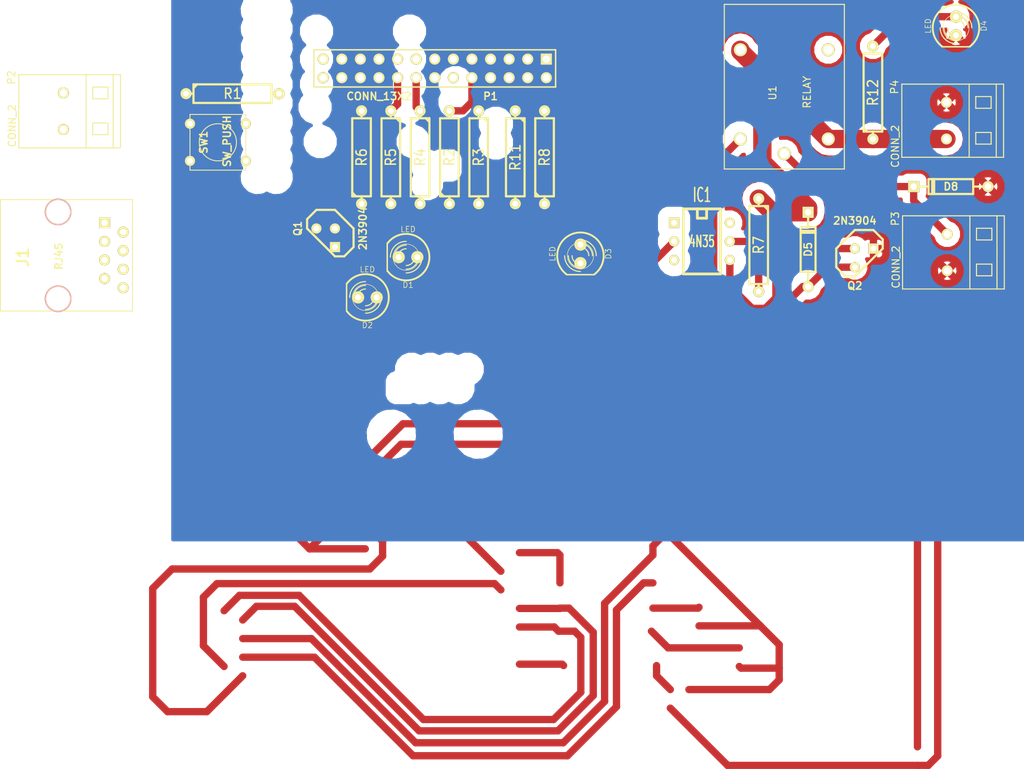
<source format=kicad_pcb>
(kicad_pcb (version 3) (host pcbnew "(2013-07-07 BZR 4022)-stable")

  (general
    (links 48)
    (no_connects 23)
    (area 71.424999 52.924999 205.075001 141.575001)
    (thickness 1.6)
    (drawings 0)
    (tracks 167)
    (zones 0)
    (modules 26)
    (nets 24)
  )

  (page USLetter)
  (title_block 
    (title "Door Controller")
    (rev 0.1)
    (company "Shawn Wilson")
    (comment 1 "Single Sided Circuit Mill PCB")
    (comment 2 "Raspberry Pi Door Controller")
  )

  (layers
    (15 F.Cu signal)
    (0 B.Cu signal hide)
    (16 B.Adhes user)
    (17 F.Adhes user)
    (18 B.Paste user)
    (19 F.Paste user)
    (20 B.SilkS user)
    (21 F.SilkS user)
    (22 B.Mask user)
    (23 F.Mask user)
    (24 Dwgs.User user)
    (25 Cmts.User user)
    (26 Eco1.User user)
    (27 Eco2.User user)
    (28 Edge.Cuts user)
  )

  (setup
    (last_trace_width 1)
    (trace_clearance 0.5)
    (zone_clearance 1)
    (zone_45_only no)
    (trace_min 0.254)
    (segment_width 0.2)
    (edge_width 0.15)
    (via_size 0.889)
    (via_drill 0.635)
    (via_min_size 0.889)
    (via_min_drill 0.508)
    (uvia_size 0.508)
    (uvia_drill 0.127)
    (uvias_allowed no)
    (uvia_min_size 0.508)
    (uvia_min_drill 0.127)
    (pcb_text_width 0.3)
    (pcb_text_size 1.5 1.5)
    (mod_edge_width 0.15)
    (mod_text_size 1.5 1.5)
    (mod_text_width 0.15)
    (pad_size 1.524 1.524)
    (pad_drill 0.762)
    (pad_to_mask_clearance 0.2)
    (aux_axis_origin 0 0)
    (visible_elements 7FFFFFFF)
    (pcbplotparams
      (layerselection 3178497)
      (usegerberextensions true)
      (excludeedgelayer true)
      (linewidth 0.100000)
      (plotframeref false)
      (viasonmask false)
      (mode 1)
      (useauxorigin false)
      (hpglpennumber 1)
      (hpglpenspeed 20)
      (hpglpendiameter 15)
      (hpglpenoverlay 2)
      (psnegative false)
      (psa4output false)
      (plotreference true)
      (plotvalue true)
      (plotothertext true)
      (plotinvisibletext false)
      (padsonsilk false)
      (subtractmaskfromsilk false)
      (outputformat 1)
      (mirror false)
      (drillshape 1)
      (scaleselection 1)
      (outputdirectory ""))
  )

  (net 0 "")
  (net 1 +12V)
  (net 2 +3.3V)
  (net 3 +5V)
  (net 4 /BELL)
  (net 5 /GPIO17)
  (net 6 /GPIO23)
  (net 7 /GPIO24)
  (net 8 /GPIO25)
  (net 9 "/RFID TXD")
  (net 10 /RXD)
  (net 11 GND)
  (net 12 GNDPWR)
  (net 13 N-000001)
  (net 14 N-0000018)
  (net 15 N-0000019)
  (net 16 N-000002)
  (net 17 N-0000020)
  (net 18 N-0000021)
  (net 19 N-0000025)
  (net 20 N-0000026)
  (net 21 N-0000027)
  (net 22 N-000003)
  (net 23 N-0000038)

  (net_class Default "This is the default net class."
    (clearance 0.5)
    (trace_width 1)
    (via_dia 0.889)
    (via_drill 0.635)
    (uvia_dia 0.508)
    (uvia_drill 0.127)
    (add_net "")
    (add_net +3.3V)
    (add_net +5V)
    (add_net /BELL)
    (add_net /GPIO17)
    (add_net /GPIO23)
    (add_net /GPIO24)
    (add_net /GPIO25)
    (add_net "/RFID TXD")
    (add_net /RXD)
    (add_net GND)
    (add_net N-000001)
    (add_net N-0000018)
    (add_net N-0000019)
    (add_net N-000002)
    (add_net N-0000020)
    (add_net N-0000021)
    (add_net N-0000025)
    (add_net N-0000026)
    (add_net N-0000027)
    (add_net N-000003)
    (add_net N-0000038)
  )

  (net_class "12V POWER" ""
    (clearance 0.5)
    (trace_width 2.5)
    (via_dia 0.889)
    (via_drill 0.635)
    (uvia_dia 0.508)
    (uvia_drill 0.127)
    (add_net +12V)
    (add_net GNDPWR)
  )

  (module TO92 (layer F.Cu) (tedit 443CFFD1) (tstamp 5375B596)
    (at 93.6 98.5 270)
    (descr "Transistor TO92 brochage type BC237")
    (tags "TR TO92")
    (path /536C3034)
    (fp_text reference Q1 (at -1.27 3.81 270) (layer F.SilkS)
      (effects (font (size 1.016 1.016) (thickness 0.2032)))
    )
    (fp_text value 2N3904 (at -1.27 -5.08 270) (layer F.SilkS)
      (effects (font (size 1.016 1.016) (thickness 0.2032)))
    )
    (fp_line (start -1.27 2.54) (end 2.54 -1.27) (layer F.SilkS) (width 0.3048))
    (fp_line (start 2.54 -1.27) (end 2.54 -2.54) (layer F.SilkS) (width 0.3048))
    (fp_line (start 2.54 -2.54) (end 1.27 -3.81) (layer F.SilkS) (width 0.3048))
    (fp_line (start 1.27 -3.81) (end -1.27 -3.81) (layer F.SilkS) (width 0.3048))
    (fp_line (start -1.27 -3.81) (end -3.81 -1.27) (layer F.SilkS) (width 0.3048))
    (fp_line (start -3.81 -1.27) (end -3.81 1.27) (layer F.SilkS) (width 0.3048))
    (fp_line (start -3.81 1.27) (end -2.54 2.54) (layer F.SilkS) (width 0.3048))
    (fp_line (start -2.54 2.54) (end -1.27 2.54) (layer F.SilkS) (width 0.3048))
    (pad 1 thru_hole rect (at 1.27 -1.27 270) (size 1.397 1.397) (drill 0.8128)
      (layers *.Cu *.Mask F.SilkS)
      (net 11 GND)
    )
    (pad 2 thru_hole circle (at -1.27 -1.27 270) (size 1.397 1.397) (drill 0.8128)
      (layers *.Cu *.Mask F.SilkS)
      (net 22 N-000003)
    )
    (pad 3 thru_hole circle (at -1.27 1.27 270) (size 1.397 1.397) (drill 0.8128)
      (layers *.Cu *.Mask F.SilkS)
      (net 19 N-0000025)
    )
    (model discret/to98.wrl
      (at (xyz 0 0 0))
      (scale (xyz 1 1 1))
      (rotate (xyz 0 0 0))
    )
  )

  (module TO92 (layer F.Cu) (tedit 443CFFD1) (tstamp 5375B5A5)
    (at 167.15 101.25)
    (descr "Transistor TO92 brochage type BC237")
    (tags "TR TO92")
    (path /536E6C6E)
    (fp_text reference Q2 (at -1.27 3.81) (layer F.SilkS)
      (effects (font (size 1.016 1.016) (thickness 0.2032)))
    )
    (fp_text value 2N3904 (at -1.27 -5.08) (layer F.SilkS)
      (effects (font (size 1.016 1.016) (thickness 0.2032)))
    )
    (fp_line (start -1.27 2.54) (end 2.54 -1.27) (layer F.SilkS) (width 0.3048))
    (fp_line (start 2.54 -1.27) (end 2.54 -2.54) (layer F.SilkS) (width 0.3048))
    (fp_line (start 2.54 -2.54) (end 1.27 -3.81) (layer F.SilkS) (width 0.3048))
    (fp_line (start 1.27 -3.81) (end -1.27 -3.81) (layer F.SilkS) (width 0.3048))
    (fp_line (start -1.27 -3.81) (end -3.81 -1.27) (layer F.SilkS) (width 0.3048))
    (fp_line (start -3.81 -1.27) (end -3.81 1.27) (layer F.SilkS) (width 0.3048))
    (fp_line (start -3.81 1.27) (end -2.54 2.54) (layer F.SilkS) (width 0.3048))
    (fp_line (start -2.54 2.54) (end -1.27 2.54) (layer F.SilkS) (width 0.3048))
    (pad 1 thru_hole rect (at 1.27 -1.27) (size 1.397 1.397) (drill 0.8128)
      (layers *.Cu *.Mask F.SilkS)
      (net 12 GNDPWR)
    )
    (pad 2 thru_hole circle (at -1.27 -1.27) (size 1.397 1.397) (drill 0.8128)
      (layers *.Cu *.Mask F.SilkS)
      (net 17 N-0000020)
    )
    (pad 3 thru_hole circle (at -1.27 1.27) (size 1.397 1.397) (drill 0.8128)
      (layers *.Cu *.Mask F.SilkS)
      (net 23 N-0000038)
    )
    (model discret/to98.wrl
      (at (xyz 0 0 0))
      (scale (xyz 1 1 1))
      (rotate (xyz 0 0 0))
    )
  )

  (module SW_PUSH_SMALL (layer F.Cu) (tedit 5377D3E5) (tstamp 5377D3EE)
    (at 78.875 85.45)
    (path /531C8935)
    (fp_text reference SW1 (at -1.95 0 90) (layer F.SilkS)
      (effects (font (size 1.016 1.016) (thickness 0.2032)))
    )
    (fp_text value SW_PUSH (at 1.25 -0.15 90) (layer F.SilkS)
      (effects (font (size 1.016 1.016) (thickness 0.2032)))
    )
    (fp_circle (center 0 0) (end 0 -2.54) (layer F.SilkS) (width 0.127))
    (fp_line (start -3.81 -3.81) (end 3.81 -3.81) (layer F.SilkS) (width 0.127))
    (fp_line (start 3.81 -3.81) (end 3.81 3.81) (layer F.SilkS) (width 0.127))
    (fp_line (start 3.81 3.81) (end -3.81 3.81) (layer F.SilkS) (width 0.127))
    (fp_line (start -3.81 -3.81) (end -3.81 3.81) (layer F.SilkS) (width 0.127))
    (pad 1 thru_hole circle (at 3.81 -2.54) (size 1.397 1.397) (drill 0.8128)
      (layers *.Cu *.Mask F.SilkS)
      (net 5 /GPIO17)
    )
    (pad 2 thru_hole circle (at 3.81 2.54) (size 1.397 1.397) (drill 0.8128)
      (layers *.Cu *.Mask F.SilkS)
      (net 11 GND)
    )
    (pad 1 thru_hole circle (at -3.81 -2.54) (size 1.397 1.397) (drill 0.8128)
      (layers *.Cu *.Mask F.SilkS)
      (net 5 /GPIO17)
    )
    (pad 2 thru_hole circle (at -3.81 2.54) (size 1.397 1.397) (drill 0.8128)
      (layers *.Cu *.Mask F.SilkS)
      (net 11 GND)
    )
  )

  (module RJ45_8 (layer F.Cu) (tedit 4745DA96) (tstamp 5375B5C4)
    (at 57.05 100.9 270)
    (tags RJ45)
    (path /531F9A33)
    (fp_text reference J1 (at 0.254 4.826 270) (layer F.SilkS)
      (effects (font (size 1.524 1.524) (thickness 0.3048)))
    )
    (fp_text value RJ45 (at 0.14224 -0.1016 270) (layer F.SilkS)
      (effects (font (size 1.00076 1.00076) (thickness 0.2032)))
    )
    (fp_line (start -7.62 7.874) (end 7.62 7.874) (layer F.SilkS) (width 0.127))
    (fp_line (start 7.62 7.874) (end 7.62 -10.16) (layer F.SilkS) (width 0.127))
    (fp_line (start 7.62 -10.16) (end -7.62 -10.16) (layer F.SilkS) (width 0.127))
    (fp_line (start -7.62 -10.16) (end -7.62 7.874) (layer F.SilkS) (width 0.127))
    (pad Hole np_thru_hole circle (at 5.93852 0 270) (size 3.64998 3.64998) (drill 3.2512)
      (layers *.Cu *.SilkS *.Mask)
    )
    (pad Hole np_thru_hole circle (at -5.9309 0 270) (size 3.64998 3.64998) (drill 3.2512)
      (layers *.Cu *.SilkS *.Mask)
    )
    (pad 1 thru_hole rect (at -4.445 -6.35 270) (size 1.50114 1.50114) (drill 0.89916)
      (layers *.Cu *.Mask F.SilkS)
      (net 7 /GPIO24)
    )
    (pad 2 thru_hole circle (at -3.175 -8.89 270) (size 1.50114 1.50114) (drill 0.89916)
      (layers *.Cu *.Mask F.SilkS)
      (net 6 /GPIO23)
    )
    (pad 3 thru_hole circle (at -1.905 -6.35 270) (size 1.50114 1.50114) (drill 0.89916)
      (layers *.Cu *.Mask F.SilkS)
    )
    (pad 4 thru_hole circle (at -0.635 -8.89 270) (size 1.50114 1.50114) (drill 0.89916)
      (layers *.Cu *.Mask F.SilkS)
      (net 11 GND)
    )
    (pad 5 thru_hole circle (at 0.635 -6.35 270) (size 1.50114 1.50114) (drill 0.89916)
      (layers *.Cu *.Mask F.SilkS)
    )
    (pad 6 thru_hole circle (at 1.905 -8.89 270) (size 1.50114 1.50114) (drill 0.89916)
      (layers *.Cu *.Mask F.SilkS)
      (net 9 "/RFID TXD")
    )
    (pad 7 thru_hole circle (at 3.175 -6.35 270) (size 1.50114 1.50114) (drill 0.89916)
      (layers *.Cu *.Mask F.SilkS)
      (net 4 /BELL)
    )
    (pad 8 thru_hole circle (at 4.445 -8.89 270) (size 1.50114 1.50114) (drill 0.89916)
      (layers *.Cu *.Mask F.SilkS)
      (net 3 +5V)
    )
    (model connectors/RJ45_8.wrl
      (at (xyz 0 0 0))
      (scale (xyz 0.4 0.4 0.4))
      (rotate (xyz 0 0 0))
    )
  )

  (module RELAY_AZ942 (layer F.Cu) (tedit 5364FF75) (tstamp 5375B5D1)
    (at 156.25 85 90)
    (path /53213285)
    (fp_text reference U1 (at 6.3 -1.6 90) (layer F.SilkS)
      (effects (font (size 1 1) (thickness 0.15)))
    )
    (fp_text value RELAY (at 6.4 3.1 90) (layer F.SilkS)
      (effects (font (size 1 1) (thickness 0.15)))
    )
    (fp_line (start -4.1 -8.2) (end 18.4 -8.2) (layer F.SilkS) (width 0.15))
    (fp_line (start -4.1 -8.2) (end -4.1 8.2) (layer F.SilkS) (width 0.15))
    (fp_line (start -4.1 8.2) (end 18.4 8.2) (layer F.SilkS) (width 0.15))
    (fp_line (start 18.4 8.2) (end 18.4 -8.2) (layer F.SilkS) (width 0.15))
    (pad 1 thru_hole circle (at -2 0 90) (size 1.8 1.8) (drill 1.3)
      (layers *.Cu *.Mask F.SilkS)
      (net 21 N-0000027)
    )
    (pad 2 thru_hole circle (at 0 -6 90) (size 1.8 1.8) (drill 1.3)
      (layers *.Cu *.Mask F.SilkS)
      (net 23 N-0000038)
    )
    (pad 5 thru_hole circle (at 0 6 90) (size 1.8 1.8) (drill 1.3)
      (layers *.Cu *.Mask F.SilkS)
      (net 1 +12V)
    )
    (pad 3 thru_hole circle (at 12.2 -6 90) (size 1.8 1.8) (drill 1.3)
      (layers *.Cu *.Mask F.SilkS)
      (net 1 +12V)
    )
    (pad 4 thru_hole circle (at 12.2 6 90) (size 1.8 1.8) (drill 1.3)
      (layers *.Cu *.Mask F.SilkS)
    )
    (model 3D_models/az942.wrl
      (at (xyz -0.161 0.324 0))
      (scale (xyz 0.3937 0.3937 0.3937))
      (rotate (xyz 0 0 90))
    )
  )

  (module R5 (layer F.Cu) (tedit 200000) (tstamp 5375B5DE)
    (at 110.5 87.5 90)
    (descr "Resistance 5 pas")
    (tags R)
    (path /531C991C)
    (autoplace_cost180 10)
    (fp_text reference R2 (at 0 0 90) (layer F.SilkS)
      (effects (font (size 1.397 1.27) (thickness 0.2032)))
    )
    (fp_text value 1.8K (at 0 0 90) (layer F.SilkS) hide
      (effects (font (size 1.397 1.27) (thickness 0.2032)))
    )
    (fp_line (start -6.35 0) (end -5.334 0) (layer F.SilkS) (width 0.3048))
    (fp_line (start 6.35 0) (end 5.334 0) (layer F.SilkS) (width 0.3048))
    (fp_line (start 5.334 -1.27) (end 5.334 1.27) (layer F.SilkS) (width 0.3048))
    (fp_line (start 5.334 1.27) (end -5.334 1.27) (layer F.SilkS) (width 0.3048))
    (fp_line (start -5.334 1.27) (end -5.334 -1.27) (layer F.SilkS) (width 0.3048))
    (fp_line (start -5.334 -1.27) (end 5.334 -1.27) (layer F.SilkS) (width 0.3048))
    (fp_line (start -5.334 -0.762) (end -4.826 -1.27) (layer F.SilkS) (width 0.3048))
    (pad 1 thru_hole circle (at -6.35 0 90) (size 1.524 1.524) (drill 0.8128)
      (layers *.Cu *.Mask F.SilkS)
      (net 9 "/RFID TXD")
    )
    (pad 2 thru_hole circle (at 6.35 0 90) (size 1.524 1.524) (drill 0.8128)
      (layers *.Cu *.Mask F.SilkS)
      (net 10 /RXD)
    )
    (model discret/resistor.wrl
      (at (xyz 0 0 0))
      (scale (xyz 0.5 0.5 0.5))
      (rotate (xyz 0 0 0))
    )
  )

  (module R5 (layer F.Cu) (tedit 200000) (tstamp 5375B5EB)
    (at 168.35 78.65 90)
    (descr "Resistance 5 pas")
    (tags R)
    (path /536E6742)
    (autoplace_cost180 10)
    (fp_text reference R12 (at 0 0 90) (layer F.SilkS)
      (effects (font (size 1.397 1.27) (thickness 0.2032)))
    )
    (fp_text value 680 (at 0 0 90) (layer F.SilkS) hide
      (effects (font (size 1.397 1.27) (thickness 0.2032)))
    )
    (fp_line (start -6.35 0) (end -5.334 0) (layer F.SilkS) (width 0.3048))
    (fp_line (start 6.35 0) (end 5.334 0) (layer F.SilkS) (width 0.3048))
    (fp_line (start 5.334 -1.27) (end 5.334 1.27) (layer F.SilkS) (width 0.3048))
    (fp_line (start 5.334 1.27) (end -5.334 1.27) (layer F.SilkS) (width 0.3048))
    (fp_line (start -5.334 1.27) (end -5.334 -1.27) (layer F.SilkS) (width 0.3048))
    (fp_line (start -5.334 -1.27) (end 5.334 -1.27) (layer F.SilkS) (width 0.3048))
    (fp_line (start -5.334 -0.762) (end -4.826 -1.27) (layer F.SilkS) (width 0.3048))
    (pad 1 thru_hole circle (at -6.35 0 90) (size 1.524 1.524) (drill 0.8128)
      (layers *.Cu *.Mask F.SilkS)
      (net 1 +12V)
    )
    (pad 2 thru_hole circle (at 6.35 0 90) (size 1.524 1.524) (drill 0.8128)
      (layers *.Cu *.Mask F.SilkS)
      (net 18 N-0000021)
    )
    (model discret/resistor.wrl
      (at (xyz 0 0 0))
      (scale (xyz 0.5 0.5 0.5))
      (rotate (xyz 0 0 0))
    )
  )

  (module R5 (layer F.Cu) (tedit 200000) (tstamp 5375B5F8)
    (at 152.75 99.5 270)
    (descr "Resistance 5 pas")
    (tags R)
    (path /53698FD7)
    (autoplace_cost180 10)
    (fp_text reference R7 (at 0 0 270) (layer F.SilkS)
      (effects (font (size 1.397 1.27) (thickness 0.2032)))
    )
    (fp_text value 10K (at 0 0 270) (layer F.SilkS) hide
      (effects (font (size 1.397 1.27) (thickness 0.2032)))
    )
    (fp_line (start -6.35 0) (end -5.334 0) (layer F.SilkS) (width 0.3048))
    (fp_line (start 6.35 0) (end 5.334 0) (layer F.SilkS) (width 0.3048))
    (fp_line (start 5.334 -1.27) (end 5.334 1.27) (layer F.SilkS) (width 0.3048))
    (fp_line (start 5.334 1.27) (end -5.334 1.27) (layer F.SilkS) (width 0.3048))
    (fp_line (start -5.334 1.27) (end -5.334 -1.27) (layer F.SilkS) (width 0.3048))
    (fp_line (start -5.334 -1.27) (end 5.334 -1.27) (layer F.SilkS) (width 0.3048))
    (fp_line (start -5.334 -0.762) (end -4.826 -1.27) (layer F.SilkS) (width 0.3048))
    (pad 1 thru_hole circle (at -6.35 0 270) (size 1.524 1.524) (drill 0.8128)
      (layers *.Cu *.Mask F.SilkS)
      (net 1 +12V)
    )
    (pad 2 thru_hole circle (at 6.35 0 270) (size 1.524 1.524) (drill 0.8128)
      (layers *.Cu *.Mask F.SilkS)
      (net 14 N-0000018)
    )
    (model discret/resistor.wrl
      (at (xyz 0 0 0))
      (scale (xyz 0.5 0.5 0.5))
      (rotate (xyz 0 0 0))
    )
  )

  (module R5 (layer F.Cu) (tedit 200000) (tstamp 5375B605)
    (at 119.5 87.5 270)
    (descr "Resistance 5 pas")
    (tags R)
    (path /53697E0C)
    (autoplace_cost180 10)
    (fp_text reference R11 (at 0 0 270) (layer F.SilkS)
      (effects (font (size 1.397 1.27) (thickness 0.2032)))
    )
    (fp_text value 330 (at 0 0 270) (layer F.SilkS) hide
      (effects (font (size 1.397 1.27) (thickness 0.2032)))
    )
    (fp_line (start -6.35 0) (end -5.334 0) (layer F.SilkS) (width 0.3048))
    (fp_line (start 6.35 0) (end 5.334 0) (layer F.SilkS) (width 0.3048))
    (fp_line (start 5.334 -1.27) (end 5.334 1.27) (layer F.SilkS) (width 0.3048))
    (fp_line (start 5.334 1.27) (end -5.334 1.27) (layer F.SilkS) (width 0.3048))
    (fp_line (start -5.334 1.27) (end -5.334 -1.27) (layer F.SilkS) (width 0.3048))
    (fp_line (start -5.334 -1.27) (end 5.334 -1.27) (layer F.SilkS) (width 0.3048))
    (fp_line (start -5.334 -0.762) (end -4.826 -1.27) (layer F.SilkS) (width 0.3048))
    (pad 1 thru_hole circle (at -6.35 0 270) (size 1.524 1.524) (drill 0.8128)
      (layers *.Cu *.Mask F.SilkS)
      (net 3 +5V)
    )
    (pad 2 thru_hole circle (at 6.35 0 270) (size 1.524 1.524) (drill 0.8128)
      (layers *.Cu *.Mask F.SilkS)
      (net 15 N-0000019)
    )
    (model discret/resistor.wrl
      (at (xyz 0 0 0))
      (scale (xyz 0.5 0.5 0.5))
      (rotate (xyz 0 0 0))
    )
  )

  (module R5 (layer F.Cu) (tedit 200000) (tstamp 5375B612)
    (at 114.5 87.5 270)
    (descr "Resistance 5 pas")
    (tags R)
    (path /531C9D88)
    (autoplace_cost180 10)
    (fp_text reference R3 (at 0 0 270) (layer F.SilkS)
      (effects (font (size 1.397 1.27) (thickness 0.2032)))
    )
    (fp_text value 3.3K (at 0 0 270) (layer F.SilkS) hide
      (effects (font (size 1.397 1.27) (thickness 0.2032)))
    )
    (fp_line (start -6.35 0) (end -5.334 0) (layer F.SilkS) (width 0.3048))
    (fp_line (start 6.35 0) (end 5.334 0) (layer F.SilkS) (width 0.3048))
    (fp_line (start 5.334 -1.27) (end 5.334 1.27) (layer F.SilkS) (width 0.3048))
    (fp_line (start 5.334 1.27) (end -5.334 1.27) (layer F.SilkS) (width 0.3048))
    (fp_line (start -5.334 1.27) (end -5.334 -1.27) (layer F.SilkS) (width 0.3048))
    (fp_line (start -5.334 -1.27) (end 5.334 -1.27) (layer F.SilkS) (width 0.3048))
    (fp_line (start -5.334 -0.762) (end -4.826 -1.27) (layer F.SilkS) (width 0.3048))
    (pad 1 thru_hole circle (at -6.35 0 270) (size 1.524 1.524) (drill 0.8128)
      (layers *.Cu *.Mask F.SilkS)
      (net 10 /RXD)
    )
    (pad 2 thru_hole circle (at 6.35 0 270) (size 1.524 1.524) (drill 0.8128)
      (layers *.Cu *.Mask F.SilkS)
      (net 11 GND)
    )
    (model discret/resistor.wrl
      (at (xyz 0 0 0))
      (scale (xyz 0.5 0.5 0.5))
      (rotate (xyz 0 0 0))
    )
  )

  (module R5 (layer F.Cu) (tedit 200000) (tstamp 5375B61F)
    (at 80.875 78.8)
    (descr "Resistance 5 pas")
    (tags R)
    (path /531C8A1E)
    (autoplace_cost180 10)
    (fp_text reference R1 (at 0 0) (layer F.SilkS)
      (effects (font (size 1.397 1.27) (thickness 0.2032)))
    )
    (fp_text value 10K (at 0 0) (layer F.SilkS) hide
      (effects (font (size 1.397 1.27) (thickness 0.2032)))
    )
    (fp_line (start -6.35 0) (end -5.334 0) (layer F.SilkS) (width 0.3048))
    (fp_line (start 6.35 0) (end 5.334 0) (layer F.SilkS) (width 0.3048))
    (fp_line (start 5.334 -1.27) (end 5.334 1.27) (layer F.SilkS) (width 0.3048))
    (fp_line (start 5.334 1.27) (end -5.334 1.27) (layer F.SilkS) (width 0.3048))
    (fp_line (start -5.334 1.27) (end -5.334 -1.27) (layer F.SilkS) (width 0.3048))
    (fp_line (start -5.334 -1.27) (end 5.334 -1.27) (layer F.SilkS) (width 0.3048))
    (fp_line (start -5.334 -0.762) (end -4.826 -1.27) (layer F.SilkS) (width 0.3048))
    (pad 1 thru_hole circle (at -6.35 0) (size 1.524 1.524) (drill 0.8128)
      (layers *.Cu *.Mask F.SilkS)
      (net 5 /GPIO17)
    )
    (pad 2 thru_hole circle (at 6.35 0) (size 1.524 1.524) (drill 0.8128)
      (layers *.Cu *.Mask F.SilkS)
      (net 2 +3.3V)
    )
    (model discret/resistor.wrl
      (at (xyz 0 0 0))
      (scale (xyz 0.5 0.5 0.5))
      (rotate (xyz 0 0 0))
    )
  )

  (module R5 (layer F.Cu) (tedit 200000) (tstamp 5375B62C)
    (at 102.5 87.5 270)
    (descr "Resistance 5 pas")
    (tags R)
    (path /531C835E)
    (autoplace_cost180 10)
    (fp_text reference R5 (at 0 0 270) (layer F.SilkS)
      (effects (font (size 1.397 1.27) (thickness 0.2032)))
    )
    (fp_text value 330 (at 0 0 270) (layer F.SilkS) hide
      (effects (font (size 1.397 1.27) (thickness 0.2032)))
    )
    (fp_line (start -6.35 0) (end -5.334 0) (layer F.SilkS) (width 0.3048))
    (fp_line (start 6.35 0) (end 5.334 0) (layer F.SilkS) (width 0.3048))
    (fp_line (start 5.334 -1.27) (end 5.334 1.27) (layer F.SilkS) (width 0.3048))
    (fp_line (start 5.334 1.27) (end -5.334 1.27) (layer F.SilkS) (width 0.3048))
    (fp_line (start -5.334 1.27) (end -5.334 -1.27) (layer F.SilkS) (width 0.3048))
    (fp_line (start -5.334 -1.27) (end 5.334 -1.27) (layer F.SilkS) (width 0.3048))
    (fp_line (start -5.334 -0.762) (end -4.826 -1.27) (layer F.SilkS) (width 0.3048))
    (pad 1 thru_hole circle (at -6.35 0 270) (size 1.524 1.524) (drill 0.8128)
      (layers *.Cu *.Mask F.SilkS)
      (net 7 /GPIO24)
    )
    (pad 2 thru_hole circle (at 6.35 0 270) (size 1.524 1.524) (drill 0.8128)
      (layers *.Cu *.Mask F.SilkS)
      (net 13 N-000001)
    )
    (model discret/resistor.wrl
      (at (xyz 0 0 0))
      (scale (xyz 0.5 0.5 0.5))
      (rotate (xyz 0 0 0))
    )
  )

  (module R5 (layer F.Cu) (tedit 200000) (tstamp 5375B639)
    (at 106.5 87.5 270)
    (descr "Resistance 5 pas")
    (tags R)
    (path /531C834F)
    (autoplace_cost180 10)
    (fp_text reference R4 (at 0 0 270) (layer F.SilkS)
      (effects (font (size 1.397 1.27) (thickness 0.2032)))
    )
    (fp_text value 330 (at 0 0 270) (layer F.SilkS) hide
      (effects (font (size 1.397 1.27) (thickness 0.2032)))
    )
    (fp_line (start -6.35 0) (end -5.334 0) (layer F.SilkS) (width 0.3048))
    (fp_line (start 6.35 0) (end 5.334 0) (layer F.SilkS) (width 0.3048))
    (fp_line (start 5.334 -1.27) (end 5.334 1.27) (layer F.SilkS) (width 0.3048))
    (fp_line (start 5.334 1.27) (end -5.334 1.27) (layer F.SilkS) (width 0.3048))
    (fp_line (start -5.334 1.27) (end -5.334 -1.27) (layer F.SilkS) (width 0.3048))
    (fp_line (start -5.334 -1.27) (end 5.334 -1.27) (layer F.SilkS) (width 0.3048))
    (fp_line (start -5.334 -0.762) (end -4.826 -1.27) (layer F.SilkS) (width 0.3048))
    (pad 1 thru_hole circle (at -6.35 0 270) (size 1.524 1.524) (drill 0.8128)
      (layers *.Cu *.Mask F.SilkS)
      (net 6 /GPIO23)
    )
    (pad 2 thru_hole circle (at 6.35 0 270) (size 1.524 1.524) (drill 0.8128)
      (layers *.Cu *.Mask F.SilkS)
      (net 16 N-000002)
    )
    (model discret/resistor.wrl
      (at (xyz 0 0 0))
      (scale (xyz 0.5 0.5 0.5))
      (rotate (xyz 0 0 0))
    )
  )

  (module R5 (layer F.Cu) (tedit 200000) (tstamp 5375B646)
    (at 98.5 87.5 90)
    (descr "Resistance 5 pas")
    (tags R)
    (path /531C80F2)
    (autoplace_cost180 10)
    (fp_text reference R6 (at 0 0 90) (layer F.SilkS)
      (effects (font (size 1.397 1.27) (thickness 0.2032)))
    )
    (fp_text value 2K (at 0 0 90) (layer F.SilkS) hide
      (effects (font (size 1.397 1.27) (thickness 0.2032)))
    )
    (fp_line (start -6.35 0) (end -5.334 0) (layer F.SilkS) (width 0.3048))
    (fp_line (start 6.35 0) (end 5.334 0) (layer F.SilkS) (width 0.3048))
    (fp_line (start 5.334 -1.27) (end 5.334 1.27) (layer F.SilkS) (width 0.3048))
    (fp_line (start 5.334 1.27) (end -5.334 1.27) (layer F.SilkS) (width 0.3048))
    (fp_line (start -5.334 1.27) (end -5.334 -1.27) (layer F.SilkS) (width 0.3048))
    (fp_line (start -5.334 -1.27) (end 5.334 -1.27) (layer F.SilkS) (width 0.3048))
    (fp_line (start -5.334 -0.762) (end -4.826 -1.27) (layer F.SilkS) (width 0.3048))
    (pad 1 thru_hole circle (at -6.35 0 90) (size 1.524 1.524) (drill 0.8128)
      (layers *.Cu *.Mask F.SilkS)
      (net 22 N-000003)
    )
    (pad 2 thru_hole circle (at 6.35 0 90) (size 1.524 1.524) (drill 0.8128)
      (layers *.Cu *.Mask F.SilkS)
      (net 8 /GPIO25)
    )
    (model discret/resistor.wrl
      (at (xyz 0 0 0))
      (scale (xyz 0.5 0.5 0.5))
      (rotate (xyz 0 0 0))
    )
  )

  (module R5 (layer F.Cu) (tedit 200000) (tstamp 5375B653)
    (at 123.5 87.5 90)
    (descr "Resistance 5 pas")
    (tags R)
    (path /5319244B)
    (autoplace_cost180 10)
    (fp_text reference R8 (at 0 0 90) (layer F.SilkS)
      (effects (font (size 1.397 1.27) (thickness 0.2032)))
    )
    (fp_text value 200 (at 0 0 90) (layer F.SilkS) hide
      (effects (font (size 1.397 1.27) (thickness 0.2032)))
    )
    (fp_line (start -6.35 0) (end -5.334 0) (layer F.SilkS) (width 0.3048))
    (fp_line (start 6.35 0) (end 5.334 0) (layer F.SilkS) (width 0.3048))
    (fp_line (start 5.334 -1.27) (end 5.334 1.27) (layer F.SilkS) (width 0.3048))
    (fp_line (start 5.334 1.27) (end -5.334 1.27) (layer F.SilkS) (width 0.3048))
    (fp_line (start -5.334 1.27) (end -5.334 -1.27) (layer F.SilkS) (width 0.3048))
    (fp_line (start -5.334 -1.27) (end 5.334 -1.27) (layer F.SilkS) (width 0.3048))
    (fp_line (start -5.334 -0.762) (end -4.826 -1.27) (layer F.SilkS) (width 0.3048))
    (pad 1 thru_hole circle (at -6.35 0 90) (size 1.524 1.524) (drill 0.8128)
      (layers *.Cu *.Mask F.SilkS)
      (net 20 N-0000026)
    )
    (pad 2 thru_hole circle (at 6.35 0 90) (size 1.524 1.524) (drill 0.8128)
      (layers *.Cu *.Mask F.SilkS)
      (net 3 +5V)
    )
    (model discret/resistor.wrl
      (at (xyz 0 0 0))
      (scale (xyz 0.5 0.5 0.5))
      (rotate (xyz 0 0 0))
    )
  )

  (module pin_array_13x2 (layer F.Cu) (tedit 5031D825) (tstamp 5375B675)
    (at 108.5 75.35 180)
    (descr "2 x 13 pins connector")
    (tags CONN)
    (path /50A55ABA)
    (fp_text reference P1 (at -7.62 -3.81 180) (layer F.SilkS)
      (effects (font (size 1.016 1.016) (thickness 0.2032)))
    )
    (fp_text value CONN_13X2 (at 7.62 -3.81 180) (layer F.SilkS)
      (effects (font (size 1.016 1.016) (thickness 0.2032)))
    )
    (fp_line (start -16.51 2.54) (end 16.51 2.54) (layer F.SilkS) (width 0.2032))
    (fp_line (start 16.51 -2.54) (end -16.51 -2.54) (layer F.SilkS) (width 0.2032))
    (fp_line (start -16.51 -2.54) (end -16.51 2.54) (layer F.SilkS) (width 0.2032))
    (fp_line (start 16.51 2.54) (end 16.51 -2.54) (layer F.SilkS) (width 0.2032))
    (pad 1 thru_hole rect (at -15.24 1.27 180) (size 1.524 1.524) (drill 1.016)
      (layers *.Cu *.Mask F.SilkS)
      (net 2 +3.3V)
    )
    (pad 2 thru_hole circle (at -15.24 -1.27 180) (size 1.524 1.524) (drill 1.016)
      (layers *.Cu *.Mask F.SilkS)
      (net 3 +5V)
    )
    (pad 3 thru_hole circle (at -12.7 1.27 180) (size 1.524 1.524) (drill 1.016)
      (layers *.Cu *.Mask F.SilkS)
    )
    (pad 4 thru_hole circle (at -12.7 -1.27 180) (size 1.524 1.524) (drill 1.016)
      (layers *.Cu *.Mask F.SilkS)
    )
    (pad 5 thru_hole circle (at -10.16 1.27 180) (size 1.524 1.524) (drill 1.016)
      (layers *.Cu *.Mask F.SilkS)
    )
    (pad 6 thru_hole circle (at -10.16 -1.27 180) (size 1.524 1.524) (drill 1.016)
      (layers *.Cu *.Mask F.SilkS)
      (net 11 GND)
    )
    (pad 7 thru_hole circle (at -7.62 1.27 180) (size 1.524 1.524) (drill 1.016)
      (layers *.Cu *.Mask F.SilkS)
    )
    (pad 8 thru_hole circle (at -7.62 -1.27 180) (size 1.524 1.524) (drill 1.016)
      (layers *.Cu *.Mask F.SilkS)
    )
    (pad 9 thru_hole circle (at -5.08 1.27 180) (size 1.524 1.524) (drill 1.016)
      (layers *.Cu *.Mask F.SilkS)
    )
    (pad 10 thru_hole circle (at -5.08 -1.27 180) (size 1.524 1.524) (drill 1.016)
      (layers *.Cu *.Mask F.SilkS)
      (net 10 /RXD)
    )
    (pad 11 thru_hole circle (at -2.54 1.27 180) (size 1.524 1.524) (drill 1.016)
      (layers *.Cu *.Mask F.SilkS)
      (net 5 /GPIO17)
    )
    (pad 12 thru_hole circle (at -2.54 -1.27 180) (size 1.524 1.524) (drill 1.016)
      (layers *.Cu *.Mask F.SilkS)
    )
    (pad 13 thru_hole circle (at 0 1.27 180) (size 1.524 1.524) (drill 1.016)
      (layers *.Cu *.Mask F.SilkS)
      (net 4 /BELL)
    )
    (pad 14 thru_hole circle (at 0 -1.27 180) (size 1.524 1.524) (drill 1.016)
      (layers *.Cu *.Mask F.SilkS)
    )
    (pad 15 thru_hole circle (at 2.54 1.27 180) (size 1.524 1.524) (drill 1.016)
      (layers *.Cu *.Mask F.SilkS)
    )
    (pad 16 thru_hole circle (at 2.54 -1.27 180) (size 1.524 1.524) (drill 1.016)
      (layers *.Cu *.Mask F.SilkS)
      (net 6 /GPIO23)
    )
    (pad 17 thru_hole circle (at 5.08 1.27 180) (size 1.524 1.524) (drill 1.016)
      (layers *.Cu *.Mask F.SilkS)
    )
    (pad 18 thru_hole circle (at 5.08 -1.27 180) (size 1.524 1.524) (drill 1.016)
      (layers *.Cu *.Mask F.SilkS)
      (net 7 /GPIO24)
    )
    (pad 19 thru_hole circle (at 7.62 1.27 180) (size 1.524 1.524) (drill 1.016)
      (layers *.Cu *.Mask F.SilkS)
    )
    (pad 20 thru_hole circle (at 7.62 -1.27 180) (size 1.524 1.524) (drill 1.016)
      (layers *.Cu *.Mask F.SilkS)
    )
    (pad 21 thru_hole circle (at 10.16 1.27 180) (size 1.524 1.524) (drill 1.016)
      (layers *.Cu *.Mask F.SilkS)
    )
    (pad 22 thru_hole circle (at 10.16 -1.27 180) (size 1.524 1.524) (drill 1.016)
      (layers *.Cu *.Mask F.SilkS)
      (net 8 /GPIO25)
    )
    (pad 23 thru_hole circle (at 12.7 1.27 180) (size 1.524 1.524) (drill 1.016)
      (layers *.Cu *.Mask F.SilkS)
    )
    (pad 24 thru_hole circle (at 12.7 -1.27 180) (size 1.524 1.524) (drill 1.016)
      (layers *.Cu *.Mask F.SilkS)
    )
    (pad 25 thru_hole circle (at 15.24 1.27 180) (size 1.524 1.524) (drill 1.016)
      (layers *.Cu *.Mask F.SilkS)
    )
    (pad 26 thru_hole circle (at 15.24 -1.27 180) (size 1.524 1.524) (drill 1.016)
      (layers *.Cu *.Mask F.SilkS)
    )
    (model pin_array/pins_array_13x2.wrl
      (at (xyz 0 0 0))
      (scale (xyz 1 1 1))
      (rotate (xyz 0 0 0))
    )
  )

  (module LED-5MM (layer F.Cu) (tedit 50ADE86B) (tstamp 5375B684)
    (at 104.85 101.15 180)
    (descr "LED 5mm - Lead pitch 100mil (2,54mm)")
    (tags "LED led 5mm 5MM 100mil 2,54mm")
    (path /531C8340)
    (fp_text reference D1 (at 0 -3.81 180) (layer F.SilkS)
      (effects (font (size 0.762 0.762) (thickness 0.0889)))
    )
    (fp_text value LED (at 0 3.81 180) (layer F.SilkS)
      (effects (font (size 0.762 0.762) (thickness 0.0889)))
    )
    (fp_line (start 2.8448 1.905) (end 2.8448 -1.905) (layer F.SilkS) (width 0.2032))
    (fp_circle (center 0.254 0) (end -1.016 1.27) (layer F.SilkS) (width 0.0762))
    (fp_arc (start 0.254 0) (end 2.794 1.905) (angle 286.2) (layer F.SilkS) (width 0.254))
    (fp_arc (start 0.254 0) (end -0.889 0) (angle 90) (layer F.SilkS) (width 0.1524))
    (fp_arc (start 0.254 0) (end 1.397 0) (angle 90) (layer F.SilkS) (width 0.1524))
    (fp_arc (start 0.254 0) (end -1.397 0) (angle 90) (layer F.SilkS) (width 0.1524))
    (fp_arc (start 0.254 0) (end 1.905 0) (angle 90) (layer F.SilkS) (width 0.1524))
    (fp_arc (start 0.254 0) (end -1.905 0) (angle 90) (layer F.SilkS) (width 0.1524))
    (fp_arc (start 0.254 0) (end 2.413 0) (angle 90) (layer F.SilkS) (width 0.1524))
    (pad 1 thru_hole circle (at -1.27 0 180) (size 1.6764 1.6764) (drill 0.8128)
      (layers *.Cu *.Mask F.SilkS)
      (net 16 N-000002)
    )
    (pad 2 thru_hole circle (at 1.27 0 180) (size 1.6764 1.6764) (drill 0.8128)
      (layers *.Cu *.Mask F.SilkS)
      (net 11 GND)
    )
    (model discret/leds/led5_vertical_verde.wrl
      (at (xyz 0 0 0))
      (scale (xyz 1 1 1))
      (rotate (xyz 0 0 0))
    )
  )

  (module LED-5MM (layer F.Cu) (tedit 50ADE86B) (tstamp 5375B693)
    (at 179.7 69.55 270)
    (descr "LED 5mm - Lead pitch 100mil (2,54mm)")
    (tags "LED led 5mm 5MM 100mil 2,54mm")
    (path /531924B3)
    (fp_text reference D4 (at 0 -3.81 270) (layer F.SilkS)
      (effects (font (size 0.762 0.762) (thickness 0.0889)))
    )
    (fp_text value LED (at 0 3.81 270) (layer F.SilkS)
      (effects (font (size 0.762 0.762) (thickness 0.0889)))
    )
    (fp_line (start 2.8448 1.905) (end 2.8448 -1.905) (layer F.SilkS) (width 0.2032))
    (fp_circle (center 0.254 0) (end -1.016 1.27) (layer F.SilkS) (width 0.0762))
    (fp_arc (start 0.254 0) (end 2.794 1.905) (angle 286.2) (layer F.SilkS) (width 0.254))
    (fp_arc (start 0.254 0) (end -0.889 0) (angle 90) (layer F.SilkS) (width 0.1524))
    (fp_arc (start 0.254 0) (end 1.397 0) (angle 90) (layer F.SilkS) (width 0.1524))
    (fp_arc (start 0.254 0) (end -1.397 0) (angle 90) (layer F.SilkS) (width 0.1524))
    (fp_arc (start 0.254 0) (end 1.905 0) (angle 90) (layer F.SilkS) (width 0.1524))
    (fp_arc (start 0.254 0) (end -1.905 0) (angle 90) (layer F.SilkS) (width 0.1524))
    (fp_arc (start 0.254 0) (end 2.413 0) (angle 90) (layer F.SilkS) (width 0.1524))
    (pad 1 thru_hole circle (at -1.27 0 270) (size 1.6764 1.6764) (drill 0.8128)
      (layers *.Cu *.Mask F.SilkS)
      (net 18 N-0000021)
    )
    (pad 2 thru_hole circle (at 1.27 0 270) (size 1.6764 1.6764) (drill 0.8128)
      (layers *.Cu *.Mask F.SilkS)
      (net 12 GNDPWR)
    )
    (model discret/leds/led5_vertical_verde.wrl
      (at (xyz 0 0 0))
      (scale (xyz 1 1 1))
      (rotate (xyz 0 0 0))
    )
  )

  (module LED-5MM (layer F.Cu) (tedit 50ADE86B) (tstamp 5375B6A2)
    (at 99.3 106.65 180)
    (descr "LED 5mm - Lead pitch 100mil (2,54mm)")
    (tags "LED led 5mm 5MM 100mil 2,54mm")
    (path /531C8331)
    (fp_text reference D2 (at 0 -3.81 180) (layer F.SilkS)
      (effects (font (size 0.762 0.762) (thickness 0.0889)))
    )
    (fp_text value LED (at 0 3.81 180) (layer F.SilkS)
      (effects (font (size 0.762 0.762) (thickness 0.0889)))
    )
    (fp_line (start 2.8448 1.905) (end 2.8448 -1.905) (layer F.SilkS) (width 0.2032))
    (fp_circle (center 0.254 0) (end -1.016 1.27) (layer F.SilkS) (width 0.0762))
    (fp_arc (start 0.254 0) (end 2.794 1.905) (angle 286.2) (layer F.SilkS) (width 0.254))
    (fp_arc (start 0.254 0) (end -0.889 0) (angle 90) (layer F.SilkS) (width 0.1524))
    (fp_arc (start 0.254 0) (end 1.397 0) (angle 90) (layer F.SilkS) (width 0.1524))
    (fp_arc (start 0.254 0) (end -1.397 0) (angle 90) (layer F.SilkS) (width 0.1524))
    (fp_arc (start 0.254 0) (end 1.905 0) (angle 90) (layer F.SilkS) (width 0.1524))
    (fp_arc (start 0.254 0) (end -1.905 0) (angle 90) (layer F.SilkS) (width 0.1524))
    (fp_arc (start 0.254 0) (end 2.413 0) (angle 90) (layer F.SilkS) (width 0.1524))
    (pad 1 thru_hole circle (at -1.27 0 180) (size 1.6764 1.6764) (drill 0.8128)
      (layers *.Cu *.Mask F.SilkS)
      (net 13 N-000001)
    )
    (pad 2 thru_hole circle (at 1.27 0 180) (size 1.6764 1.6764) (drill 0.8128)
      (layers *.Cu *.Mask F.SilkS)
      (net 11 GND)
    )
    (model discret/leds/led5_vertical_verde.wrl
      (at (xyz 0 0 0))
      (scale (xyz 1 1 1))
      (rotate (xyz 0 0 0))
    )
  )

  (module LED-5MM (layer F.Cu) (tedit 50ADE86B) (tstamp 5375B6B1)
    (at 128.4 100.7 270)
    (descr "LED 5mm - Lead pitch 100mil (2,54mm)")
    (tags "LED led 5mm 5MM 100mil 2,54mm")
    (path /531C8101)
    (fp_text reference D3 (at 0 -3.81 270) (layer F.SilkS)
      (effects (font (size 0.762 0.762) (thickness 0.0889)))
    )
    (fp_text value LED (at 0 3.81 270) (layer F.SilkS)
      (effects (font (size 0.762 0.762) (thickness 0.0889)))
    )
    (fp_line (start 2.8448 1.905) (end 2.8448 -1.905) (layer F.SilkS) (width 0.2032))
    (fp_circle (center 0.254 0) (end -1.016 1.27) (layer F.SilkS) (width 0.0762))
    (fp_arc (start 0.254 0) (end 2.794 1.905) (angle 286.2) (layer F.SilkS) (width 0.254))
    (fp_arc (start 0.254 0) (end -0.889 0) (angle 90) (layer F.SilkS) (width 0.1524))
    (fp_arc (start 0.254 0) (end 1.397 0) (angle 90) (layer F.SilkS) (width 0.1524))
    (fp_arc (start 0.254 0) (end -1.397 0) (angle 90) (layer F.SilkS) (width 0.1524))
    (fp_arc (start 0.254 0) (end 1.905 0) (angle 90) (layer F.SilkS) (width 0.1524))
    (fp_arc (start 0.254 0) (end -1.905 0) (angle 90) (layer F.SilkS) (width 0.1524))
    (fp_arc (start 0.254 0) (end 2.413 0) (angle 90) (layer F.SilkS) (width 0.1524))
    (pad 1 thru_hole circle (at -1.27 0 270) (size 1.6764 1.6764) (drill 0.8128)
      (layers *.Cu *.Mask F.SilkS)
      (net 20 N-0000026)
    )
    (pad 2 thru_hole circle (at 1.27 0 270) (size 1.6764 1.6764) (drill 0.8128)
      (layers *.Cu *.Mask F.SilkS)
      (net 19 N-0000025)
    )
    (model discret/leds/led5_vertical_verde.wrl
      (at (xyz 0 0 0))
      (scale (xyz 1 1 1))
      (rotate (xyz 0 0 0))
    )
  )

  (module DO-41 (layer F.Cu) (tedit 537563CB) (tstamp 5375B6C3)
    (at 159.5 100.1 90)
    (descr "Diode 3 pas")
    (tags "DIODE DEV")
    (path /53192395)
    (fp_text reference D5 (at 0 0 90) (layer F.SilkS)
      (effects (font (size 1.016 1.016) (thickness 0.2032)))
    )
    (fp_text value 1N4007 (at 0 0 90) (layer F.SilkS) hide
      (effects (font (size 1.016 1.016) (thickness 0.2032)))
    )
    (fp_line (start -3.81 0) (end -5.08 0) (layer F.SilkS) (width 0.3175))
    (fp_line (start 3.81 0) (end 5.08 0) (layer F.SilkS) (width 0.3175))
    (fp_line (start 3.81 0) (end 3.048 0) (layer F.SilkS) (width 0.3175))
    (fp_line (start 3.048 0) (end 3.048 -1.016) (layer F.SilkS) (width 0.3048))
    (fp_line (start 3.048 -1.016) (end -3.048 -1.016) (layer F.SilkS) (width 0.3048))
    (fp_line (start -3.048 -1.016) (end -3.048 0) (layer F.SilkS) (width 0.3048))
    (fp_line (start -3.048 0) (end -3.81 0) (layer F.SilkS) (width 0.3048))
    (fp_line (start -3.048 0) (end -3.048 1.016) (layer F.SilkS) (width 0.3048))
    (fp_line (start -3.048 1.016) (end 3.048 1.016) (layer F.SilkS) (width 0.3048))
    (fp_line (start 3.048 1.016) (end 3.048 0) (layer F.SilkS) (width 0.3048))
    (fp_line (start 2.54 -1.016) (end 2.54 1.016) (layer F.SilkS) (width 0.3048))
    (fp_line (start 2.286 1.016) (end 2.286 -1.016) (layer F.SilkS) (width 0.3048))
    (pad 2 thru_hole rect (at 5.08 0 90) (size 1.524 1.524) (drill 0.889)
      (layers *.Cu *.Mask F.SilkS)
      (net 1 +12V)
    )
    (pad 1 thru_hole circle (at -5.08 0 90) (size 1.524 1.524) (drill 0.889)
      (layers *.Cu *.Mask F.SilkS)
      (net 23 N-0000038)
    )
  )

  (module DO-41 (layer F.Cu) (tedit 4C5F69ED) (tstamp 5375B6D5)
    (at 179 91.5 180)
    (descr "Diode 3 pas")
    (tags "DIODE DEV")
    (path /536E5F47)
    (fp_text reference D8 (at 0 0 180) (layer F.SilkS)
      (effects (font (size 1.016 1.016) (thickness 0.2032)))
    )
    (fp_text value 1N4007 (at 0 0 180) (layer F.SilkS) hide
      (effects (font (size 1.016 1.016) (thickness 0.2032)))
    )
    (fp_line (start -3.81 0) (end -5.08 0) (layer F.SilkS) (width 0.3175))
    (fp_line (start 3.81 0) (end 5.08 0) (layer F.SilkS) (width 0.3175))
    (fp_line (start 3.81 0) (end 3.048 0) (layer F.SilkS) (width 0.3175))
    (fp_line (start 3.048 0) (end 3.048 -1.016) (layer F.SilkS) (width 0.3048))
    (fp_line (start 3.048 -1.016) (end -3.048 -1.016) (layer F.SilkS) (width 0.3048))
    (fp_line (start -3.048 -1.016) (end -3.048 0) (layer F.SilkS) (width 0.3048))
    (fp_line (start -3.048 0) (end -3.81 0) (layer F.SilkS) (width 0.3048))
    (fp_line (start -3.048 0) (end -3.048 1.016) (layer F.SilkS) (width 0.3048))
    (fp_line (start -3.048 1.016) (end 3.048 1.016) (layer F.SilkS) (width 0.3048))
    (fp_line (start 3.048 1.016) (end 3.048 0) (layer F.SilkS) (width 0.3048))
    (fp_line (start 2.54 -1.016) (end 2.54 1.016) (layer F.SilkS) (width 0.3048))
    (fp_line (start 2.286 1.016) (end 2.286 -1.016) (layer F.SilkS) (width 0.3048))
    (pad 2 thru_hole rect (at 5.08 0 180) (size 1.524 1.524) (drill 0.889)
      (layers *.Cu *.Mask F.SilkS)
      (net 21 N-0000027)
    )
    (pad 1 thru_hole circle (at -5.08 0 180) (size 1.524 1.524) (drill 0.889)
      (layers *.Cu *.Mask F.SilkS)
      (net 12 GNDPWR)
    )
  )

  (module C2_KF103 (layer F.Cu) (tedit 53756094) (tstamp 5375B6E9)
    (at 178.4 82.5 270)
    (path /531F989A)
    (fp_text reference P4 (at -4.6 7.1 270) (layer F.SilkS)
      (effects (font (size 1 1) (thickness 0.15)))
    )
    (fp_text value CONN_2 (at 3.5 7 270) (layer F.SilkS)
      (effects (font (size 1 1) (thickness 0.15)))
    )
    (fp_line (start 3.2 -4) (end 1.6 -4) (layer F.SilkS) (width 0.15))
    (fp_line (start 3.2 -6.1) (end 3.2 -4) (layer F.SilkS) (width 0.15))
    (fp_line (start 1.6 -6.1) (end 3.2 -6.1) (layer F.SilkS) (width 0.15))
    (fp_line (start 1.6 -4) (end 1.6 -6.1) (layer F.SilkS) (width 0.15))
    (fp_line (start -3.3 -4) (end -3.3 -6.1) (layer F.SilkS) (width 0.15))
    (fp_line (start -3.3 -6.1) (end -1.7 -6.1) (layer F.SilkS) (width 0.15))
    (fp_line (start -1.7 -6.1) (end -1.7 -4) (layer F.SilkS) (width 0.15))
    (fp_line (start -1.7 -4) (end -3.3 -4) (layer F.SilkS) (width 0.15))
    (fp_line (start 5 -3.1) (end -5 -3.1) (layer F.SilkS) (width 0.15))
    (fp_line (start 5 -6.8) (end -5 -6.8) (layer F.SilkS) (width 0.15))
    (fp_line (start -5 -7.8) (end 5 -7.8) (layer F.SilkS) (width 0.15))
    (fp_line (start 5 -7.8) (end 5 6.1) (layer F.SilkS) (width 0.15))
    (fp_line (start 5 6.1) (end -5 6.1) (layer F.SilkS) (width 0.15))
    (fp_line (start -5 6.1) (end -5 -7.8) (layer F.SilkS) (width 0.15))
    (pad 1 thru_hole circle (at -2.5 0 270) (size 1.5 1.5) (drill 1)
      (layers *.Cu *.Mask F.SilkS)
      (net 12 GNDPWR)
    )
    (pad 2 thru_hole circle (at 2.5 0 270) (size 1.5 1.5) (drill 1)
      (layers *.Cu *.Mask F.SilkS)
      (net 1 +12V)
    )
  )

  (module C2_KF103 (layer F.Cu) (tedit 53756091) (tstamp 5375B6FD)
    (at 178.5 100.5 270)
    (path /531F981F)
    (fp_text reference P3 (at -4.6 7.1 270) (layer F.SilkS)
      (effects (font (size 1 1) (thickness 0.15)))
    )
    (fp_text value CONN_2 (at 2 7 270) (layer F.SilkS)
      (effects (font (size 1 1) (thickness 0.15)))
    )
    (fp_line (start 3.2 -4) (end 1.6 -4) (layer F.SilkS) (width 0.15))
    (fp_line (start 3.2 -6.1) (end 3.2 -4) (layer F.SilkS) (width 0.15))
    (fp_line (start 1.6 -6.1) (end 3.2 -6.1) (layer F.SilkS) (width 0.15))
    (fp_line (start 1.6 -4) (end 1.6 -6.1) (layer F.SilkS) (width 0.15))
    (fp_line (start -3.3 -4) (end -3.3 -6.1) (layer F.SilkS) (width 0.15))
    (fp_line (start -3.3 -6.1) (end -1.7 -6.1) (layer F.SilkS) (width 0.15))
    (fp_line (start -1.7 -6.1) (end -1.7 -4) (layer F.SilkS) (width 0.15))
    (fp_line (start -1.7 -4) (end -3.3 -4) (layer F.SilkS) (width 0.15))
    (fp_line (start 5 -3.1) (end -5 -3.1) (layer F.SilkS) (width 0.15))
    (fp_line (start 5 -6.8) (end -5 -6.8) (layer F.SilkS) (width 0.15))
    (fp_line (start -5 -7.8) (end 5 -7.8) (layer F.SilkS) (width 0.15))
    (fp_line (start 5 -7.8) (end 5 6.1) (layer F.SilkS) (width 0.15))
    (fp_line (start 5 6.1) (end -5 6.1) (layer F.SilkS) (width 0.15))
    (fp_line (start -5 6.1) (end -5 -7.8) (layer F.SilkS) (width 0.15))
    (pad 1 thru_hole circle (at -2.5 0 270) (size 1.5 1.5) (drill 1)
      (layers *.Cu *.Mask F.SilkS)
      (net 21 N-0000027)
    )
    (pad 2 thru_hole circle (at 2.5 0 270) (size 1.5 1.5) (drill 1)
      (layers *.Cu *.Mask F.SilkS)
      (net 12 GNDPWR)
    )
  )

  (module C2_KF103 (layer F.Cu) (tedit 53756089) (tstamp 5375B711)
    (at 57.775 81.2 270)
    (path /531F9810)
    (fp_text reference P2 (at -4.6 7.1 270) (layer F.SilkS)
      (effects (font (size 1 1) (thickness 0.15)))
    )
    (fp_text value CONN_2 (at 2 7 270) (layer F.SilkS)
      (effects (font (size 1 1) (thickness 0.15)))
    )
    (fp_line (start 3.2 -4) (end 1.6 -4) (layer F.SilkS) (width 0.15))
    (fp_line (start 3.2 -6.1) (end 3.2 -4) (layer F.SilkS) (width 0.15))
    (fp_line (start 1.6 -6.1) (end 3.2 -6.1) (layer F.SilkS) (width 0.15))
    (fp_line (start 1.6 -4) (end 1.6 -6.1) (layer F.SilkS) (width 0.15))
    (fp_line (start -3.3 -4) (end -3.3 -6.1) (layer F.SilkS) (width 0.15))
    (fp_line (start -3.3 -6.1) (end -1.7 -6.1) (layer F.SilkS) (width 0.15))
    (fp_line (start -1.7 -6.1) (end -1.7 -4) (layer F.SilkS) (width 0.15))
    (fp_line (start -1.7 -4) (end -3.3 -4) (layer F.SilkS) (width 0.15))
    (fp_line (start 5 -3.1) (end -5 -3.1) (layer F.SilkS) (width 0.15))
    (fp_line (start 5 -6.8) (end -5 -6.8) (layer F.SilkS) (width 0.15))
    (fp_line (start -5 -7.8) (end 5 -7.8) (layer F.SilkS) (width 0.15))
    (fp_line (start 5 -7.8) (end 5 6.1) (layer F.SilkS) (width 0.15))
    (fp_line (start 5 6.1) (end -5 6.1) (layer F.SilkS) (width 0.15))
    (fp_line (start -5 6.1) (end -5 -7.8) (layer F.SilkS) (width 0.15))
    (pad 1 thru_hole circle (at -2.5 0 270) (size 1.5 1.5) (drill 1)
      (layers *.Cu *.Mask F.SilkS)
      (net 5 /GPIO17)
    )
    (pad 2 thru_hole circle (at 2.5 0 270) (size 1.5 1.5) (drill 1)
      (layers *.Cu *.Mask F.SilkS)
      (net 11 GND)
    )
  )

  (module DIP-6__300 (layer F.Cu) (tedit 53755011) (tstamp 5375EC63)
    (at 145 99 270)
    (descr "6 pins DIL package, round pads")
    (tags DIL)
    (path /536E6E15)
    (fp_text reference IC1 (at -6.35 0 360) (layer F.SilkS)
      (effects (font (size 1.905 1.016) (thickness 0.2032)))
    )
    (fp_text value 4N35 (at 0 0 360) (layer F.SilkS)
      (effects (font (size 1.524 0.889) (thickness 0.2032)))
    )
    (fp_line (start -4.445 -2.54) (end 4.445 -2.54) (layer F.SilkS) (width 0.381))
    (fp_line (start 4.445 -2.54) (end 4.445 2.54) (layer F.SilkS) (width 0.381))
    (fp_line (start 4.445 2.54) (end -4.445 2.54) (layer F.SilkS) (width 0.381))
    (fp_line (start -4.445 2.54) (end -4.445 -2.54) (layer F.SilkS) (width 0.381))
    (fp_line (start -4.445 -0.635) (end -3.175 -0.635) (layer F.SilkS) (width 0.381))
    (fp_line (start -3.175 -0.635) (end -3.175 0.635) (layer F.SilkS) (width 0.381))
    (fp_line (start -3.175 0.635) (end -4.445 0.635) (layer F.SilkS) (width 0.381))
    (pad 1 thru_hole rect (at -2.54 3.81 270) (size 1.397 1.397) (drill 0.8128)
      (layers *.Cu *.Mask F.SilkS)
      (net 15 N-0000019)
    )
    (pad 2 thru_hole circle (at 0 3.81 270) (size 1.397 1.397) (drill 0.8128)
      (layers *.Cu *.Mask F.SilkS)
      (net 19 N-0000025)
    )
    (pad 3 thru_hole circle (at 2.54 3.81 270) (size 1.397 1.397) (drill 0.8128)
      (layers *.Cu *.Mask F.SilkS)
    )
    (pad 4 thru_hole circle (at 2.54 -3.81 270) (size 1.397 1.397) (drill 0.8128)
      (layers *.Cu *.Mask F.SilkS)
      (net 17 N-0000020)
    )
    (pad 5 thru_hole circle (at 0 -3.81 270) (size 1.397 1.397) (drill 0.8128)
      (layers *.Cu *.Mask F.SilkS)
      (net 14 N-0000018)
    )
    (pad 6 thru_hole circle (at -2.54 -3.81 270) (size 1.397 1.397) (drill 0.8128)
      (layers *.Cu *.Mask F.SilkS)
    )
    (model dil/dil_6.wrl
      (at (xyz 0 0 0))
      (scale (xyz 1 1 1))
      (rotate (xyz 0 0 0))
    )
  )

  (segment (start 120.07 156.785) (end 125.91 156.785) (width 1) (layer F.Cu) (net 0))
  (segment (start 125.91 156.785) (end 126.1 156.975) (width 1) (layer F.Cu) (net 0) (tstamp 5377D5BB))
  (segment (start 136.9 126.725) (end 142.88 126.725) (width 1) (layer F.Cu) (net 0))
  (segment (start 138.8 156.975) (end 138.8 158.375) (width 1) (layer F.Cu) (net 0))
  (segment (start 138.8 158.375) (end 140.68 160.255) (width 1) (layer F.Cu) (net 0) (tstamp 5377D7CA))
  (segment (start 138.3 149.125) (end 144.48 149.125) (width 1) (layer F.Cu) (net 0))
  (segment (start 144.48 149.125) (end 144.6 149.005) (width 1) (layer F.Cu) (net 0) (tstamp 5377D5E4))
  (segment (start 138.1 152.275) (end 140.38 154.555) (width 1) (layer F.Cu) (net 0))
  (segment (start 140.38 154.555) (end 150.1 154.555) (width 1) (layer F.Cu) (net 0) (tstamp 5377D605))
  (segment (start 103.55 131.825) (end 117.09 131.825) (width 1) (layer F.Cu) (net 0))
  (segment (start 117.09 131.825) (end 117.53 131.385) (width 1) (layer F.Cu) (net 0) (tstamp 5377DD8E))
  (segment (start 124.2 126.725) (end 103.9 126.725) (width 1) (layer F.Cu) (net 0))
  (segment (start 77.36 163.275) (end 82.265 158.37) (width 1) (layer F.Cu) (net 0) (tstamp 5377E17B))
  (segment (start 72 163.275) (end 77.36 163.275) (width 1) (layer F.Cu) (net 0) (tstamp 5377E178))
  (segment (start 69.975 161.25) (end 72 163.275) (width 1) (layer F.Cu) (net 0) (tstamp 5377E171))
  (segment (start 69.975 146.425) (end 69.975 161.25) (width 1) (layer F.Cu) (net 0) (tstamp 5377E16D))
  (segment (start 72.625 143.775) (end 69.975 146.425) (width 1) (layer F.Cu) (net 0) (tstamp 5377E168))
  (segment (start 99.625 143.775) (end 72.625 143.775) (width 1) (layer F.Cu) (net 0) (tstamp 5377E158))
  (segment (start 101.375 142.025) (end 99.625 143.775) (width 1) (layer F.Cu) (net 0) (tstamp 5377E156))
  (segment (start 101.375 139.975) (end 101.375 142.025) (width 1) (layer F.Cu) (net 0) (tstamp 5377E155))
  (segment (start 99.95 138.55) (end 101.375 139.975) (width 1) (layer F.Cu) (net 0) (tstamp 5377E154))
  (segment (start 98.275 138.55) (end 99.95 138.55) (width 1) (layer F.Cu) (net 0) (tstamp 5377E153))
  (segment (start 96.675 136.95) (end 98.275 138.55) (width 1) (layer F.Cu) (net 0) (tstamp 5377E152))
  (segment (start 96.675 133.95) (end 96.675 136.95) (width 1) (layer F.Cu) (net 0) (tstamp 5377E151))
  (segment (start 103.9 126.725) (end 96.675 133.95) (width 1) (layer F.Cu) (net 0) (tstamp 5377E14A))
  (segment (start 124.3 131.375) (end 124.3 126.375) (width 1) (layer F.Cu) (net 0))
  (segment (start 124.3 126.375) (end 124.65 126.025) (width 1) (layer F.Cu) (net 0) (tstamp 5377DC9F))
  (segment (start 120.07 131.385) (end 124.29 131.385) (width 1) (layer F.Cu) (net 0))
  (segment (start 124.29 131.385) (end 124.3 131.375) (width 1) (layer F.Cu) (net 0) (tstamp 5377DB55))
  (segment (start 117.53 146.625) (end 116.68 145.775) (width 1) (layer F.Cu) (net 0))
  (segment (start 76.9 154.275) (end 79.725 157.1) (width 1) (layer F.Cu) (net 0) (tstamp 5377E189))
  (segment (start 76.9 147.625) (end 76.9 154.275) (width 1) (layer F.Cu) (net 0) (tstamp 5377E185))
  (segment (start 78.75 145.775) (end 76.9 147.625) (width 1) (layer F.Cu) (net 0) (tstamp 5377E183))
  (segment (start 116.68 145.775) (end 78.75 145.775) (width 1) (layer F.Cu) (net 0) (tstamp 5377E17F))
  (segment (start 99.01 135.935) (end 109.38 135.935) (width 1) (layer F.Cu) (net 0))
  (segment (start 109.38 135.935) (end 117.53 144.085) (width 1) (layer F.Cu) (net 0) (tstamp 5377DD94))
  (segment (start 90.85 131.825) (end 90.85 135.395) (width 1) (layer F.Cu) (net 0))
  (segment (start 90.85 135.395) (end 91.39 135.935) (width 1) (layer F.Cu) (net 0) (tstamp 5377DD91))
  (segment (start 91.39 135.935) (end 87.18 131.725) (width 1) (layer F.Cu) (net 0))
  (segment (start 87.18 131.725) (end 74.1 131.725) (width 1) (layer F.Cu) (net 0) (tstamp 5377D448))
  (segment (start 125.6 149.125) (end 126.85 149.125) (width 1) (layer F.Cu) (net 0))
  (segment (start 84.139998 148.875002) (end 82.265 150.75) (width 1) (layer F.Cu) (net 0) (tstamp 5377E1E2))
  (segment (start 89.353676 148.875002) (end 84.139998 148.875002) (width 1) (layer F.Cu) (net 0) (tstamp 5377E1E0))
  (segment (start 106.378674 165.9) (end 89.353676 148.875002) (width 1) (layer F.Cu) (net 0) (tstamp 5377E1DD))
  (segment (start 125.325 165.9) (end 106.378674 165.9) (width 1) (layer F.Cu) (net 0) (tstamp 5377E1D4))
  (segment (start 130.15 161.075) (end 125.325 165.9) (width 1) (layer F.Cu) (net 0) (tstamp 5377E1CE))
  (segment (start 130.15 152.425) (end 130.15 161.075) (width 1) (layer F.Cu) (net 0) (tstamp 5377E1CC))
  (segment (start 126.85 149.125) (end 130.15 152.425) (width 1) (layer F.Cu) (net 0) (tstamp 5377E1CA))
  (segment (start 120.07 149.165) (end 125.56 149.165) (width 1) (layer F.Cu) (net 0))
  (segment (start 125.56 149.165) (end 125.6 149.125) (width 1) (layer F.Cu) (net 0) (tstamp 5377D5B5))
  (segment (start 129.05 136.465) (end 129.05 127.275) (width 1) (layer F.Cu) (net 0))
  (segment (start 120.07 136.465) (end 129.05 136.465) (width 1) (layer F.Cu) (net 0))
  (segment (start 129.05 136.465) (end 130.4 136.465) (width 1) (layer F.Cu) (net 0) (tstamp 5377DDDC))
  (segment (start 130.4 136.465) (end 131.7 136.465) (width 1) (layer F.Cu) (net 0) (tstamp 5377DB83))
  (segment (start 81.83 147.375) (end 79.725 149.48) (width 1) (layer F.Cu) (net 0) (tstamp 5377E1C6))
  (segment (start 89.974998 147.375) (end 81.83 147.375) (width 1) (layer F.Cu) (net 0) (tstamp 5377E1C4))
  (segment (start 106.949998 164.35) (end 89.974998 147.375) (width 1) (layer F.Cu) (net 0) (tstamp 5377E1C0))
  (segment (start 120.07 141.545) (end 125.27 141.545) (width 1) (layer F.Cu) (net 0))
  (segment (start 125.27 141.545) (end 125.6 141.875) (width 1) (layer F.Cu) (net 0) (tstamp 5377D5AC))
  (segment (start 125.6 141.875) (end 125.6 145.675) (width 1) (layer F.Cu) (net 0) (tstamp 5377D5AD))
  (segment (start 124.725 164.35) (end 106.949998 164.35) (width 1) (layer F.Cu) (net 0) (tstamp 5377E1BF))
  (segment (start 138.3 145.675) (end 137.025 145.675) (width 1) (layer F.Cu) (net 0))
  (segment (start 92.066026 155.83) (end 82.265 155.83) (width 1) (layer F.Cu) (net 0) (tstamp 5377E249))
  (segment (start 105.536026 169.3) (end 92.066026 155.83) (width 1) (layer F.Cu) (net 0) (tstamp 5377E245))
  (segment (start 126.625 169.3) (end 105.536026 169.3) (width 1) (layer F.Cu) (net 0) (tstamp 5377E23E))
  (segment (start 133.325 162.6) (end 126.625 169.3) (width 1) (layer F.Cu) (net 0) (tstamp 5377E23A))
  (segment (start 133.325 149.375) (end 133.325 162.6) (width 1) (layer F.Cu) (net 0) (tstamp 5377E237))
  (segment (start 137.025 145.675) (end 133.325 149.375) (width 1) (layer F.Cu) (net 0) (tstamp 5377E233))
  (segment (start 138.3 141.875) (end 131.7 148.475) (width 1) (layer F.Cu) (net 0))
  (segment (start 91.64735 153.29) (end 82.265 153.29) (width 1) (layer F.Cu) (net 0) (tstamp 5377E21B))
  (segment (start 105.88235 167.525) (end 91.64735 153.29) (width 1) (layer F.Cu) (net 0) (tstamp 5377E216))
  (segment (start 126.05 167.525) (end 105.88235 167.525) (width 1) (layer F.Cu) (net 0) (tstamp 5377E20D))
  (segment (start 131.7 161.875) (end 126.05 167.525) (width 1) (layer F.Cu) (net 0) (tstamp 5377E20B))
  (segment (start 131.7 148.475) (end 131.7 161.875) (width 1) (layer F.Cu) (net 0) (tstamp 5377E208))
  (segment (start 91.39 141.015) (end 99.01 141.015) (width 1) (layer F.Cu) (net 0))
  (segment (start 94.8 137.605) (end 93.3775 139.0275) (width 1) (layer F.Cu) (net 0) (tstamp 5377DDEB))
  (segment (start 93.3775 139.0275) (end 91.39 141.015) (width 1) (layer F.Cu) (net 0) (tstamp 5377DDF4))
  (segment (start 94.8 133.275) (end 94.8 137.605) (width 1) (layer F.Cu) (net 0) (tstamp 5377DDE7))
  (segment (start 104.15 123.925) (end 94.8 133.275) (width 1) (layer F.Cu) (net 0) (tstamp 5377DDE1))
  (segment (start 125.7 123.925) (end 104.15 123.925) (width 1) (layer F.Cu) (net 0) (tstamp 5377DDE0))
  (segment (start 150.1 157.095) (end 150.33 157.325) (width 1) (layer F.Cu) (net 0))
  (segment (start 150.33 157.325) (end 155.55 157.325) (width 1) (layer F.Cu) (net 0) (tstamp 5377D608))
  (segment (start 144.6 151.545) (end 152.97 151.545) (width 1) (layer F.Cu) (net 0))
  (segment (start 152.97 151.545) (end 152.9 151.475) (width 1) (layer F.Cu) (net 0) (tstamp 5377D5E7))
  (segment (start 143.22 160.255) (end 154.22 160.255) (width 1) (layer F.Cu) (net 0))
  (segment (start 154.22 160.255) (end 155.55 158.925) (width 1) (layer F.Cu) (net 0) (tstamp 5377D5DE))
  (segment (start 138.3 141.875) (end 138.3 140.625) (width 1) (layer F.Cu) (net 0))
  (segment (start 138.3 140.625) (end 140.175 138.75) (width 1) (layer F.Cu) (net 0) (tstamp 5377D5B0))
  (segment (start 91.39 141.015) (end 87.1 136.725) (width 1) (layer F.Cu) (net 0))
  (segment (start 87.1 136.725) (end 74.1 136.725) (width 1) (layer F.Cu) (net 0) (tstamp 5377D459))
  (segment (start 155.55 154.125) (end 155.55 157.325) (width 1) (layer F.Cu) (net 0) (tstamp 5377D3A2))
  (segment (start 155.55 157.325) (end 155.55 158.925) (width 1) (layer F.Cu) (net 0) (tstamp 5377D60B))
  (segment (start 137.89 136.465) (end 140.175 138.75) (width 1) (layer F.Cu) (net 0) (tstamp 5377D3A0))
  (segment (start 140.175 138.75) (end 152.9 151.475) (width 1) (layer F.Cu) (net 0) (tstamp 5377D5B3))
  (segment (start 152.9 151.475) (end 155.55 154.125) (width 1) (layer F.Cu) (net 0) (tstamp 5377D5EA))
  (segment (start 129.05 127.275) (end 125.7 123.925) (width 1) (layer F.Cu) (net 0) (tstamp 5377DDDE))
  (segment (start 131.7 136.465) (end 137.89 136.465) (width 1) (layer F.Cu) (net 0) (tstamp 5377D6C7))
  (segment (start 137 131.375) (end 169.6 131.375) (width 1) (layer F.Cu) (net 0))
  (segment (start 174.44 136.215) (end 174.44 168.085) (width 1) (layer F.Cu) (net 0) (tstamp 5377DCC6))
  (segment (start 169.6 131.375) (end 174.44 136.215) (width 1) (layer F.Cu) (net 0) (tstamp 5377DCC2))
  (segment (start 125.4 152.275) (end 127.6 152.275) (width 1) (layer F.Cu) (net 0))
  (segment (start 128.45 160.625) (end 124.725 164.35) (width 1) (layer F.Cu) (net 0) (tstamp 5377E1BB))
  (segment (start 128.45 153.125) (end 128.45 160.625) (width 1) (layer F.Cu) (net 0) (tstamp 5377E1B8))
  (segment (start 127.6 152.275) (end 128.45 153.125) (width 1) (layer F.Cu) (net 0) (tstamp 5377E1B4))
  (segment (start 120.07 151.705) (end 124.83 151.705) (width 1) (layer F.Cu) (net 0))
  (segment (start 124.83 151.705) (end 125.4 152.275) (width 1) (layer F.Cu) (net 0) (tstamp 5377D5B8))
  (segment (start 174.44 170.625) (end 148.51 170.625) (width 1) (layer F.Cu) (net 0))
  (segment (start 148.51 170.625) (end 140.68 162.795) (width 1) (layer F.Cu) (net 0) (tstamp 5377DCB8))
  (segment (start 145.42 126.725) (end 169 126.725) (width 1) (layer F.Cu) (net 0))
  (segment (start 175.9 170.625) (end 174.44 170.625) (width 1) (layer F.Cu) (net 0) (tstamp 5377DCAB))
  (segment (start 177.2 169.325) (end 175.9 170.625) (width 1) (layer F.Cu) (net 0) (tstamp 5377DCA8))
  (segment (start 177.2 134.925) (end 177.2 169.325) (width 1) (layer F.Cu) (net 0) (tstamp 5377DCA5))
  (segment (start 169 126.725) (end 177.2 134.925) (width 1) (layer F.Cu) (net 0) (tstamp 5377DCA4))
  (segment (start 159.5 95.02) (end 154.62 95.02) (width 2.5) (layer F.Cu) (net 1))
  (segment (start 154.62 95.02) (end 152.75 93.15) (width 2.5) (layer F.Cu) (net 1) (tstamp 53757CAD))
  (segment (start 159.5 95.02) (end 159.5 94.4) (width 2.5) (layer F.Cu) (net 1))
  (segment (start 159.5 94.4) (end 153.25 88.15) (width 2.5) (layer F.Cu) (net 1) (tstamp 5375FB56))
  (segment (start 153.25 88.15) (end 153.25 76.5) (width 2.5) (layer F.Cu) (net 1) (tstamp 5375FB57))
  (segment (start 153.25 76.5) (end 153.5 76.25) (width 2.5) (layer F.Cu) (net 1) (tstamp 5375FB58))
  (segment (start 162.25 85) (end 168.35 85) (width 2.5) (layer F.Cu) (net 1))
  (segment (start 168.35 85) (end 178.4 85) (width 2.5) (layer F.Cu) (net 1) (tstamp 5375FA03))
  (segment (start 150.25 72.8) (end 150.25 73) (width 2.5) (layer F.Cu) (net 1))
  (segment (start 150.25 73) (end 153.5 76.25) (width 2.5) (layer F.Cu) (net 1) (tstamp 5375FA00))
  (segment (start 153.5 76.25) (end 162.25 85) (width 2.5) (layer F.Cu) (net 1) (tstamp 5375FA4D))
  (segment (start 123.74 76.62) (end 123.74 80.91) (width 1) (layer F.Cu) (net 3) (status C00000))
  (segment (start 123.74 80.91) (end 123.5 81.15) (width 1) (layer F.Cu) (net 3) (tstamp 5377E458) (status C00000))
  (segment (start 123.74 76.62) (end 123.74 76.91) (width 1) (layer F.Cu) (net 3) (status C00000))
  (segment (start 123.74 76.91) (end 119.5 81.15) (width 1) (layer F.Cu) (net 3) (tstamp 5377E455) (status C00000))
  (segment (start 105.96 76.62) (end 105.96 80.61) (width 1) (layer F.Cu) (net 6) (status 400000))
  (segment (start 105.96 80.61) (end 106.5 81.15) (width 1) (layer F.Cu) (net 6) (tstamp 5377E44A) (status 800000))
  (segment (start 103.42 76.62) (end 103.42 80.23) (width 1) (layer F.Cu) (net 7) (status 400000))
  (segment (start 103.42 80.23) (end 102.5 81.15) (width 1) (layer F.Cu) (net 7) (tstamp 5377E447) (status 800000))
  (segment (start 98.34 76.62) (end 98.34 80.99) (width 1) (layer F.Cu) (net 8) (status C00000))
  (segment (start 98.34 80.99) (end 98.5 81.15) (width 1) (layer F.Cu) (net 8) (tstamp 5377E444) (status C00000))
  (segment (start 110.5 81.15) (end 112.35 81.15) (width 1) (layer F.Cu) (net 10) (status 400000))
  (segment (start 112.35 81.15) (end 113.58 79.92) (width 1) (layer F.Cu) (net 10) (tstamp 5377E450))
  (segment (start 113.58 76.62) (end 113.58 79.92) (width 1) (layer F.Cu) (net 10) (status 400000))
  (segment (start 113.58 79.92) (end 113.58 80.23) (width 1) (layer F.Cu) (net 10) (tstamp 5377E453))
  (segment (start 113.58 80.23) (end 114.5 81.15) (width 1) (layer F.Cu) (net 10) (tstamp 5377E44D) (status 800000))
  (segment (start 148.81 99) (end 151.15 99) (width 1) (layer F.Cu) (net 14))
  (segment (start 152.75 100.6) (end 152.75 105.85) (width 1) (layer F.Cu) (net 14) (tstamp 5375FB21))
  (segment (start 151.15 99) (end 152.75 100.6) (width 1) (layer F.Cu) (net 14) (tstamp 5375FB20))
  (segment (start 165.88 99.98) (end 156.67 99.98) (width 1) (layer F.Cu) (net 17))
  (segment (start 148.81 105.11) (end 148.81 101.54) (width 1) (layer F.Cu) (net 17) (tstamp 5375FB63))
  (segment (start 151.85 108.15) (end 148.81 105.11) (width 1) (layer F.Cu) (net 17) (tstamp 5375FB62))
  (segment (start 153.65 108.15) (end 151.85 108.15) (width 1) (layer F.Cu) (net 17) (tstamp 5375FB61))
  (segment (start 155.1 106.7) (end 153.65 108.15) (width 1) (layer F.Cu) (net 17) (tstamp 5375FB60))
  (segment (start 155.1 101.55) (end 155.1 106.7) (width 1) (layer F.Cu) (net 17) (tstamp 5375FB5F))
  (segment (start 156.67 99.98) (end 155.1 101.55) (width 1) (layer F.Cu) (net 17) (tstamp 5375FB5E))
  (segment (start 179.7 68.28) (end 172.37 68.28) (width 1) (layer F.Cu) (net 18))
  (segment (start 172.37 68.28) (end 168.35 72.3) (width 1) (layer F.Cu) (net 18) (tstamp 5375FBA4))
  (segment (start 128.4 101.97) (end 138.22 101.97) (width 1) (layer F.Cu) (net 19) (status 400000))
  (segment (start 138.22 101.97) (end 141.19 99) (width 1) (layer F.Cu) (net 19) (tstamp 5377E45E) (status 800000))
  (segment (start 123.5 93.85) (end 123.5 94.53) (width 1) (layer F.Cu) (net 20) (status C00000))
  (segment (start 123.5 94.53) (end 128.4 99.43) (width 1) (layer F.Cu) (net 20) (tstamp 5377E45B) (status C00000))
  (segment (start 173.92 91.5) (end 173.92 93.42) (width 1) (layer F.Cu) (net 21))
  (segment (start 173.92 93.42) (end 178.5 98) (width 1) (layer F.Cu) (net 21) (tstamp 5375FAFF))
  (segment (start 156.25 87) (end 160.75 91.5) (width 1) (layer F.Cu) (net 21))
  (segment (start 160.75 91.5) (end 173.92 91.5) (width 1) (layer F.Cu) (net 21) (tstamp 5375FAFC))
  (segment (start 159.5 105.18) (end 158.77 105.18) (width 1) (layer F.Cu) (net 23))
  (segment (start 146.6 88.65) (end 150.25 85) (width 1) (layer F.Cu) (net 23) (tstamp 5375FBA1))
  (segment (start 146.6 105.15) (end 146.6 88.65) (width 1) (layer F.Cu) (net 23) (tstamp 5375FB9F))
  (segment (start 151.2 109.75) (end 146.6 105.15) (width 1) (layer F.Cu) (net 23) (tstamp 5375FB9E))
  (segment (start 154.2 109.75) (end 151.2 109.75) (width 1) (layer F.Cu) (net 23) (tstamp 5375FB9C))
  (segment (start 158.77 105.18) (end 154.2 109.75) (width 1) (layer F.Cu) (net 23) (tstamp 5375FB9B))
  (segment (start 165.88 102.52) (end 162.16 102.52) (width 1) (layer F.Cu) (net 23))
  (segment (start 162.16 102.52) (end 159.5 105.18) (width 1) (layer F.Cu) (net 23) (tstamp 5375FB5B))

  (zone (net 0) (net_name "") (layer B.Cu) (tstamp 5375F7A0) (hatch edge 0.508)
    (connect_pads (clearance 1.5))
    (min_thickness 0.5)
    (fill (arc_segments 16) (thermal_gap 1.5) (thermal_bridge_width 1.5))
    (polygon
      (pts
        (xy 203 140) (xy 72.5 140) (xy 72.5 54.5) (xy 203 54.5)
      )
    )
    (filled_polygon
      (pts
        (xy 202.75 139.75) (xy 186.592434 139.75) (xy 186.592434 91.002525) (xy 186.210811 90.078926) (xy 185.504791 89.371673)
        (xy 184.58186 88.988438) (xy 183.582525 88.987566) (xy 182.658926 89.369189) (xy 182.288647 89.738822) (xy 182.288647 70.307434)
        (xy 181.975397 69.549309) (xy 182.287749 68.797083) (xy 182.288647 67.767434) (xy 181.895448 66.815818) (xy 181.168011 66.087111)
        (xy 180.217083 65.692251) (xy 179.187434 65.691353) (xy 178.235818 66.084552) (xy 177.507111 66.811989) (xy 177.112251 67.762917)
        (xy 177.111353 68.792566) (xy 177.424602 69.55069) (xy 177.112251 70.302917) (xy 177.111353 71.332566) (xy 177.504552 72.284182)
        (xy 178.231989 73.012889) (xy 179.182917 73.407749) (xy 180.212566 73.408647) (xy 181.164182 73.015448) (xy 181.892889 72.288011)
        (xy 182.287749 71.337083) (xy 182.288647 70.307434) (xy 182.288647 89.738822) (xy 181.951673 90.075209) (xy 181.568438 90.99814)
        (xy 181.567566 91.997475) (xy 181.949189 92.921074) (xy 182.655209 93.628327) (xy 183.57814 94.011562) (xy 184.577475 94.012434)
        (xy 185.501074 93.630811) (xy 186.208327 92.924791) (xy 186.591562 92.00186) (xy 186.592434 91.002525) (xy 186.592434 139.75)
        (xy 181.000432 139.75) (xy 181.000432 102.504901) (xy 180.620632 101.585714) (xy 179.917985 100.88184) (xy 178.999462 100.500436)
        (xy 178.995099 100.500432) (xy 179.914286 100.120632) (xy 180.61816 99.417985) (xy 180.999564 98.499462) (xy 181.000432 97.504901)
        (xy 180.900432 97.262882) (xy 180.900432 84.504901) (xy 180.520632 83.585714) (xy 179.817985 82.88184) (xy 178.899462 82.500436)
        (xy 178.895099 82.500432) (xy 179.814286 82.120632) (xy 180.51816 81.417985) (xy 180.899564 80.499462) (xy 180.900432 79.504901)
        (xy 180.520632 78.585714) (xy 179.817985 77.88184) (xy 178.899462 77.500436) (xy 177.904901 77.499568) (xy 176.985714 77.879368)
        (xy 176.28184 78.582015) (xy 175.900436 79.500538) (xy 175.899568 80.495099) (xy 176.279368 81.414286) (xy 176.982015 82.11816)
        (xy 177.900538 82.499564) (xy 178.895099 82.500432) (xy 177.904901 82.499568) (xy 176.985714 82.879368) (xy 176.28184 83.582015)
        (xy 175.900436 84.500538) (xy 175.899568 85.495099) (xy 176.279368 86.414286) (xy 176.982015 87.11816) (xy 177.900538 87.499564)
        (xy 178.895099 87.500432) (xy 179.814286 87.120632) (xy 180.51816 86.417985) (xy 180.899564 85.499462) (xy 180.900432 84.504901)
        (xy 180.900432 97.262882) (xy 180.620632 96.585714) (xy 179.917985 95.88184) (xy 178.999462 95.500436) (xy 178.004901 95.499568)
        (xy 177.085714 95.879368) (xy 176.432303 96.531639) (xy 176.432303 91.915431) (xy 176.432303 90.391431) (xy 176.166443 89.748)
        (xy 175.67459 89.255288) (xy 175.031624 88.988305) (xy 174.335431 88.987697) (xy 172.811431 88.987697) (xy 172.168 89.253557)
        (xy 171.675288 89.74541) (xy 171.408305 90.388376) (xy 171.407697 91.084569) (xy 171.407697 92.608569) (xy 171.673557 93.252)
        (xy 172.16541 93.744712) (xy 172.808376 94.011695) (xy 173.504569 94.012303) (xy 175.028569 94.012303) (xy 175.672 93.746443)
        (xy 176.164712 93.25459) (xy 176.431695 92.611624) (xy 176.432303 91.915431) (xy 176.432303 96.531639) (xy 176.38184 96.582015)
        (xy 176.000436 97.500538) (xy 175.999568 98.495099) (xy 176.379368 99.414286) (xy 177.082015 100.11816) (xy 178.000538 100.499564)
        (xy 178.995099 100.500432) (xy 178.004901 100.499568) (xy 177.085714 100.879368) (xy 176.38184 101.582015) (xy 176.000436 102.500538)
        (xy 175.999568 103.495099) (xy 176.379368 104.414286) (xy 177.082015 105.11816) (xy 178.000538 105.499564) (xy 178.995099 105.500432)
        (xy 179.914286 105.120632) (xy 180.61816 104.417985) (xy 180.999564 103.499462) (xy 181.000432 102.504901) (xy 181.000432 139.75)
        (xy 170.868803 139.75) (xy 170.868803 100.331931) (xy 170.868803 98.934931) (xy 170.862434 98.919516) (xy 170.862434 84.502525)
        (xy 170.862434 71.802525) (xy 170.480811 70.878926) (xy 169.774791 70.171673) (xy 168.85186 69.788438) (xy 167.852525 69.787566)
        (xy 166.928926 70.169189) (xy 166.221673 70.875209) (xy 165.838438 71.79814) (xy 165.837566 72.797475) (xy 166.219189 73.721074)
        (xy 166.925209 74.428327) (xy 167.84814 74.811562) (xy 168.847475 74.812434) (xy 169.771074 74.430811) (xy 170.478327 73.724791)
        (xy 170.861562 72.80186) (xy 170.862434 71.802525) (xy 170.862434 84.502525) (xy 170.480811 83.578926) (xy 169.774791 82.871673)
        (xy 168.85186 82.488438) (xy 167.852525 82.487566) (xy 166.928926 82.869189) (xy 166.221673 83.575209) (xy 165.838438 84.49814)
        (xy 165.837566 85.497475) (xy 166.219189 86.421074) (xy 166.925209 87.128327) (xy 167.84814 87.511562) (xy 168.847475 87.512434)
        (xy 169.771074 87.130811) (xy 170.478327 86.424791) (xy 170.861562 85.50186) (xy 170.862434 84.502525) (xy 170.862434 98.919516)
        (xy 170.602943 98.2915) (xy 170.11109 97.798788) (xy 169.468124 97.531805) (xy 168.771931 97.531197) (xy 167.374931 97.531197)
        (xy 166.869929 97.739859) (xy 166.369173 97.531927) (xy 165.3951 97.531077) (xy 164.945618 97.716799) (xy 164.945618 72.984374)
        (xy 164.900147 72.631236) (xy 164.900458 72.275195) (xy 164.833407 72.112921) (xy 164.810984 71.938771) (xy 164.669869 71.598092)
        (xy 164.618734 71.593372) (xy 164.49787 71.300857) (xy 163.753064 70.55475) (xy 163.456665 70.431674) (xy 163.451908 70.380131)
        (xy 163.108254 70.287001) (xy 162.77943 70.150462) (xy 162.603847 70.150308) (xy 162.434374 70.104382) (xy 162.081236 70.149852)
        (xy 161.725195 70.149542) (xy 161.562921 70.216592) (xy 161.388771 70.239016) (xy 161.048092 70.380131) (xy 161.043372 70.431265)
        (xy 160.750857 70.55213) (xy 160.00475 71.296936) (xy 159.881674 71.593334) (xy 159.830131 71.598092) (xy 159.737001 71.941745)
        (xy 159.600462 72.27057) (xy 159.600308 72.446152) (xy 159.554382 72.615626) (xy 159.599852 72.968763) (xy 159.599542 73.324805)
        (xy 159.666592 73.487078) (xy 159.689016 73.661229) (xy 159.830131 74.001908) (xy 159.881265 74.006627) (xy 160.00213 74.299143)
        (xy 160.746936 75.04525) (xy 161.043334 75.168325) (xy 161.048092 75.219869) (xy 161.391745 75.312998) (xy 161.72057 75.449538)
        (xy 161.896152 75.449691) (xy 162.065626 75.495618) (xy 162.418763 75.450147) (xy 162.774805 75.450458) (xy 162.937078 75.383407)
        (xy 163.111229 75.360984) (xy 163.451908 75.219869) (xy 163.456627 75.168734) (xy 163.749143 75.04787) (xy 164.49525 74.303064)
        (xy 164.618325 74.006665) (xy 164.669869 74.001908) (xy 164.762998 73.658254) (xy 164.899538 73.32943) (xy 164.899691 73.153847)
        (xy 164.945618 72.984374) (xy 164.945618 97.716799) (xy 164.900458 97.735458) (xy 164.900458 84.475195) (xy 164.49787 83.500857)
        (xy 163.753064 82.75475) (xy 162.77943 82.350462) (xy 161.725195 82.349542) (xy 160.750857 82.75213) (xy 160.00475 83.496936)
        (xy 159.600462 84.47057) (xy 159.599542 85.524805) (xy 160.00213 86.499143) (xy 160.746936 87.24525) (xy 161.72057 87.649538)
        (xy 162.774805 87.650458) (xy 163.749143 87.24787) (xy 164.49525 86.503064) (xy 164.899538 85.52943) (xy 164.900458 84.475195)
        (xy 164.900458 97.735458) (xy 164.494849 97.903053) (xy 163.805474 98.591226) (xy 163.431927 99.490827) (xy 163.431077 100.4649)
        (xy 163.755813 101.250822) (xy 163.431927 102.030827) (xy 163.431077 103.0049) (xy 163.803053 103.905151) (xy 164.491226 104.594526)
        (xy 165.390827 104.968073) (xy 166.3649 104.968923) (xy 167.265151 104.596947) (xy 167.954526 103.908774) (xy 168.328073 103.009173)
        (xy 168.328579 102.428803) (xy 169.465069 102.428803) (xy 170.1085 102.162943) (xy 170.601212 101.67109) (xy 170.868195 101.028124)
        (xy 170.868803 100.331931) (xy 170.868803 139.75) (xy 162.012434 139.75) (xy 162.012434 104.682525) (xy 162.012303 104.682207)
        (xy 162.012303 95.435431) (xy 162.012303 93.911431) (xy 161.746443 93.268) (xy 161.25459 92.775288) (xy 160.611624 92.508305)
        (xy 159.915431 92.507697) (xy 158.900458 92.507697) (xy 158.900458 86.475195) (xy 158.49787 85.500857) (xy 157.753064 84.75475)
        (xy 156.77943 84.350462) (xy 155.725195 84.349542) (xy 154.750857 84.75213) (xy 154.00475 85.496936) (xy 153.600462 86.47057)
        (xy 153.599542 87.524805) (xy 154.00213 88.499143) (xy 154.746936 89.24525) (xy 155.72057 89.649538) (xy 156.774805 89.650458)
        (xy 157.749143 89.24787) (xy 158.49525 88.503064) (xy 158.899538 87.52943) (xy 158.900458 86.475195) (xy 158.900458 92.507697)
        (xy 158.391431 92.507697) (xy 157.748 92.773557) (xy 157.255288 93.26541) (xy 156.988305 93.908376) (xy 156.987697 94.604569)
        (xy 156.987697 96.128569) (xy 157.253557 96.772) (xy 157.74541 97.264712) (xy 158.388376 97.531695) (xy 159.084569 97.532303)
        (xy 160.608569 97.532303) (xy 161.252 97.266443) (xy 161.744712 96.77459) (xy 162.011695 96.131624) (xy 162.012303 95.435431)
        (xy 162.012303 104.682207) (xy 161.630811 103.758926) (xy 160.924791 103.051673) (xy 160.00186 102.668438) (xy 159.002525 102.667566)
        (xy 158.078926 103.049189) (xy 157.371673 103.755209) (xy 156.988438 104.67814) (xy 156.987566 105.677475) (xy 157.369189 106.601074)
        (xy 158.075209 107.308327) (xy 158.99814 107.691562) (xy 159.997475 107.692434) (xy 160.921074 107.310811) (xy 161.628327 106.604791)
        (xy 162.011562 105.68186) (xy 162.012434 104.682525) (xy 162.012434 139.75) (xy 155.262434 139.75) (xy 155.262434 105.352525)
        (xy 155.262434 92.652525) (xy 154.880811 91.728926) (xy 154.174791 91.021673) (xy 153.25186 90.638438) (xy 152.900458 90.638131)
        (xy 152.900458 84.475195) (xy 152.900458 72.275195) (xy 152.49787 71.300857) (xy 151.753064 70.55475) (xy 150.77943 70.150462)
        (xy 149.725195 70.149542) (xy 148.750857 70.55213) (xy 148.00475 71.296936) (xy 147.600462 72.27057) (xy 147.599542 73.324805)
        (xy 148.00213 74.299143) (xy 148.746936 75.04525) (xy 149.72057 75.449538) (xy 150.774805 75.450458) (xy 151.749143 75.04787)
        (xy 152.49525 74.303064) (xy 152.899538 73.32943) (xy 152.900458 72.275195) (xy 152.900458 84.475195) (xy 152.49787 83.500857)
        (xy 151.753064 82.75475) (xy 150.77943 82.350462) (xy 149.725195 82.349542) (xy 148.750857 82.75213) (xy 148.00475 83.496936)
        (xy 147.600462 84.47057) (xy 147.599542 85.524805) (xy 148.00213 86.499143) (xy 148.746936 87.24525) (xy 149.72057 87.649538)
        (xy 150.774805 87.650458) (xy 151.749143 87.24787) (xy 152.49525 86.503064) (xy 152.899538 85.52943) (xy 152.900458 84.475195)
        (xy 152.900458 90.638131) (xy 152.252525 90.637566) (xy 151.328926 91.019189) (xy 150.621673 91.725209) (xy 150.238438 92.64814)
        (xy 150.237566 93.647475) (xy 150.619189 94.571074) (xy 151.325209 95.278327) (xy 152.24814 95.661562) (xy 153.247475 95.662434)
        (xy 154.171074 95.280811) (xy 154.878327 94.574791) (xy 155.261562 93.65186) (xy 155.262434 92.652525) (xy 155.262434 105.352525)
        (xy 154.880811 104.428926) (xy 154.174791 103.721673) (xy 153.25186 103.338438) (xy 152.252525 103.337566) (xy 151.328926 103.719189)
        (xy 151.295149 103.752907) (xy 151.295149 96.697457) (xy 151.258607 96.337204) (xy 151.258923 95.9751) (xy 151.209823 95.85627)
        (xy 151.196849 95.728357) (xy 151.015107 95.289593) (xy 150.975126 95.28826) (xy 150.886947 95.074849) (xy 150.198774 94.385474)
        (xy 149.981756 94.29536) (xy 149.980407 94.254893) (xy 149.633593 94.15079) (xy 149.299173 94.011927) (xy 149.1706 94.011814)
        (xy 149.047457 93.974851) (xy 148.687204 94.011392) (xy 148.3251 94.011077) (xy 148.20627 94.060176) (xy 148.078357 94.073151)
        (xy 147.639593 94.254893) (xy 147.63826 94.294873) (xy 147.424849 94.383053) (xy 146.735474 95.071226) (xy 146.64536 95.288243)
        (xy 146.604893 95.289593) (xy 146.50079 95.636406) (xy 146.361927 95.970827) (xy 146.361814 96.099399) (xy 146.324851 96.222543)
        (xy 146.361392 96.582795) (xy 146.361077 96.9449) (xy 146.410176 97.063729) (xy 146.423151 97.191643) (xy 146.604893 97.630407)
        (xy 146.644873 97.631739) (xy 146.685813 97.730822) (xy 146.361927 98.510827) (xy 146.361077 99.4849) (xy 146.685813 100.270822)
        (xy 146.361927 101.050827) (xy 146.361077 102.0249) (xy 146.733053 102.925151) (xy 147.421226 103.614526) (xy 148.320827 103.988073)
        (xy 149.2949 103.988923) (xy 150.195151 103.616947) (xy 150.884526 102.928774) (xy 151.258073 102.029173) (xy 151.258923 101.0551)
        (xy 150.934186 100.269177) (xy 151.258073 99.489173) (xy 151.258923 98.5151) (xy 150.934186 97.729177) (xy 150.974639 97.631756)
        (xy 151.015107 97.630407) (xy 151.119209 97.283593) (xy 151.258073 96.949173) (xy 151.258185 96.8206) (xy 151.295149 96.697457)
        (xy 151.295149 103.752907) (xy 150.621673 104.425209) (xy 150.238438 105.34814) (xy 150.237566 106.347475) (xy 150.619189 107.271074)
        (xy 151.325209 107.978327) (xy 152.24814 108.361562) (xy 153.247475 108.362434) (xy 154.171074 107.980811) (xy 154.878327 107.274791)
        (xy 155.261562 106.35186) (xy 155.262434 105.352525) (xy 155.262434 139.75) (xy 143.675149 139.75) (xy 143.675149 101.777457)
        (xy 143.638607 101.417204) (xy 143.638923 101.0551) (xy 143.589823 100.93627) (xy 143.576849 100.808357) (xy 143.395107 100.369593)
        (xy 143.355126 100.36826) (xy 143.314186 100.269177) (xy 143.638073 99.489173) (xy 143.638923 98.5151) (xy 143.430009 98.00949)
        (xy 143.638195 97.508124) (xy 143.638803 96.811931) (xy 143.638803 95.414931) (xy 143.372943 94.7715) (xy 142.88109 94.278788)
        (xy 142.238124 94.011805) (xy 141.541931 94.011197) (xy 140.144931 94.011197) (xy 139.5015 94.277057) (xy 139.008788 94.76891)
        (xy 138.741805 95.411876) (xy 138.741197 96.108069) (xy 138.741197 97.505069) (xy 138.949859 98.01007) (xy 138.741927 98.510827)
        (xy 138.741077 99.4849) (xy 139.065813 100.270822) (xy 139.02536 100.368243) (xy 138.984893 100.369593) (xy 138.88079 100.716406)
        (xy 138.741927 101.050827) (xy 138.741814 101.179399) (xy 138.704851 101.302543) (xy 138.741392 101.662795) (xy 138.741077 102.0249)
        (xy 138.790176 102.143729) (xy 138.803151 102.271643) (xy 138.984893 102.710407) (xy 139.024873 102.711739) (xy 139.113053 102.925151)
        (xy 139.801226 103.614526) (xy 140.018243 103.704639) (xy 140.019593 103.745107) (xy 140.366406 103.849209) (xy 140.700827 103.988073)
        (xy 140.829399 103.988185) (xy 140.952543 104.025149) (xy 141.312795 103.988607) (xy 141.6749 103.988923) (xy 141.793729 103.939823)
        (xy 141.921643 103.926849) (xy 142.360407 103.745107) (xy 142.361739 103.705126) (xy 142.575151 103.616947) (xy 143.264526 102.928774)
        (xy 143.354639 102.711756) (xy 143.395107 102.710407) (xy 143.499209 102.363593) (xy 143.638073 102.029173) (xy 143.638185 101.9006)
        (xy 143.675149 101.777457) (xy 143.675149 139.75) (xy 119.438647 139.75) (xy 119.438647 84.957434) (xy 119.125397 84.199309)
        (xy 119.437749 83.447083) (xy 119.438647 82.417434) (xy 119.045448 81.465818) (xy 118.318011 80.737111) (xy 117.367083 80.342251)
        (xy 116.337434 80.341353) (xy 115.385818 80.734552) (xy 114.657111 81.461989) (xy 114.262251 82.412917) (xy 114.261353 83.442566)
        (xy 114.574602 84.20069) (xy 114.262251 84.952917) (xy 114.261353 85.982566) (xy 114.654552 86.934182) (xy 115.381989 87.662889)
        (xy 116.332917 88.057749) (xy 117.362566 88.058647) (xy 118.314182 87.665448) (xy 119.042889 86.938011) (xy 119.437749 85.987083)
        (xy 119.438647 84.957434) (xy 119.438647 139.75) (xy 118.066053 139.75) (xy 118.066053 125.706687) (xy 118.013663 125.175647)
        (xy 118.014129 124.64201) (xy 117.944359 124.473153) (xy 117.926422 124.291338) (xy 117.653426 123.632268) (xy 117.589749 123.614933)
        (xy 117.471016 123.327577) (xy 116.466233 122.321038) (xy 116.173816 122.199615) (xy 116.156252 122.135094) (xy 115.645586 121.980275)
        (xy 115.446003 121.897401) (xy 115.446003 115.964788) (xy 115.066116 115.045391) (xy 114.363308 114.341356) (xy 113.938647 114.165021)
        (xy 113.938647 79.407434) (xy 113.625397 78.649309) (xy 113.937749 77.897083) (xy 113.938647 76.867434) (xy 113.545448 75.915818)
        (xy 112.818011 75.187111) (xy 111.867083 74.792251) (xy 110.837434 74.791353) (xy 109.885818 75.184552) (xy 109.157111 75.911989)
        (xy 108.762251 76.862917) (xy 108.761353 77.892566) (xy 109.074602 78.65069) (xy 108.762251 79.402917) (xy 108.761353 80.432566)
        (xy 109.154552 81.384182) (xy 109.881989 82.112889) (xy 110.832917 82.507749) (xy 111.862566 82.508647) (xy 112.814182 82.115448)
        (xy 113.542889 81.388011) (xy 113.937749 80.437083) (xy 113.938647 79.407434) (xy 113.938647 114.165021) (xy 113.444576 113.959865)
        (xy 112.449788 113.958997) (xy 112.418803 113.971799) (xy 112.418803 88.981931) (xy 112.418803 87.584931) (xy 112.152943 86.9415)
        (xy 111.66109 86.448788) (xy 111.018124 86.181805) (xy 110.321931 86.181197) (xy 108.924931 86.181197) (xy 108.419929 86.389859)
        (xy 107.923721 86.183815) (xy 108.061562 85.85186) (xy 108.062434 84.852525) (xy 107.680811 83.928926) (xy 106.974791 83.221673)
        (xy 106.091634 82.854953) (xy 106.271074 82.780811) (xy 106.978327 82.074791) (xy 107.361562 81.15186) (xy 107.362434 80.152525)
        (xy 106.980811 79.228926) (xy 106.927329 79.175351) (xy 107.178327 78.924791) (xy 107.561562 78.00186) (xy 107.562434 77.002525)
        (xy 107.180811 76.078926) (xy 106.877504 75.775089) (xy 107.178327 75.474791) (xy 107.561562 74.55186) (xy 107.562434 73.552525)
        (xy 107.180811 72.628926) (xy 106.702504 72.149784) (xy 107.178327 71.674791) (xy 107.561562 70.75186) (xy 107.562434 69.752525)
        (xy 107.180811 68.828926) (xy 106.474791 68.121673) (xy 105.55186 67.738438) (xy 104.552525 67.737566) (xy 103.628926 68.119189)
        (xy 102.921673 68.825209) (xy 102.538438 69.74814) (xy 102.537566 70.747475) (xy 102.919189 71.671074) (xy 103.397495 72.150215)
        (xy 102.921673 72.625209) (xy 102.538438 73.54814) (xy 102.537566 74.547475) (xy 102.919189 75.471074) (xy 103.222495 75.77491)
        (xy 102.921673 76.075209) (xy 102.538438 76.99814) (xy 102.537566 77.997475) (xy 102.919189 78.921074) (xy 102.97267 78.974648)
        (xy 102.721673 79.225209) (xy 102.338438 80.14814) (xy 102.337566 81.147475) (xy 102.719189 82.071074) (xy 103.425209 82.778327)
        (xy 104.308365 83.145046) (xy 104.128926 83.219189) (xy 103.421673 83.925209) (xy 103.038438 84.84814) (xy 103.037566 85.847475)
        (xy 103.419189 86.771074) (xy 104.125209 87.478327) (xy 105.04814 87.861562) (xy 105.097869 87.861605) (xy 104.981927 88.140827)
        (xy 104.981077 89.1149) (xy 105.305813 89.900822) (xy 104.981927 90.680827) (xy 104.981077 91.6549) (xy 105.353053 92.555151)
        (xy 106.041226 93.244526) (xy 106.940827 93.618073) (xy 107.9149 93.618923) (xy 108.815151 93.246947) (xy 109.504526 92.558774)
        (xy 109.878073 91.659173) (xy 109.878579 91.078803) (xy 111.015069 91.078803) (xy 111.6585 90.812943) (xy 112.151212 90.32109)
        (xy 112.418195 89.678124) (xy 112.418803 88.981931) (xy 112.418803 113.971799) (xy 111.674227 114.279452) (xy 110.904576 113.959865)
        (xy 109.909788 113.958997) (xy 109.134227 114.279452) (xy 108.364576 113.959865) (xy 107.369788 113.958997) (xy 106.594227 114.279452)
        (xy 105.824576 113.959865) (xy 104.829788 113.958997) (xy 103.910391 114.338884) (xy 103.206356 115.041692) (xy 102.824865 115.960424)
        (xy 102.824346 116.554293) (xy 102.31443 116.764987) (xy 101.821718 117.25684) (xy 101.554735 117.899806) (xy 101.554127 118.595999)
        (xy 101.554127 120.097139) (xy 101.819987 120.74057) (xy 102.31184 121.233282) (xy 102.954806 121.500265) (xy 103.650999 121.500873)
        (xy 105.152139 121.500873) (xy 105.602 121.314994) (xy 105.762425 121.361861) (xy 106.095424 121.500135) (xy 106.236146 121.500257)
        (xy 106.371216 121.539718) (xy 106.729647 121.500688) (xy 107.090212 121.501003) (xy 107.220268 121.447264) (xy 107.360159 121.432032)
        (xy 107.773657 121.260755) (xy 107.775756 121.217741) (xy 107.865772 121.180547) (xy 107.95422 121.217274) (xy 107.956343 121.260755)
        (xy 108.302425 121.361861) (xy 108.635424 121.500135) (xy 108.776146 121.500257) (xy 108.911216 121.539718) (xy 109.269647 121.500688)
        (xy 109.630212 121.501003) (xy 109.760268 121.447264) (xy 109.900159 121.432032) (xy 110.313657 121.260755) (xy 110.315756 121.217741)
        (xy 110.405772 121.180547) (xy 111.175424 121.500135) (xy 112.170212 121.501003) (xy 113.089609 121.121116) (xy 113.793644 120.418308)
        (xy 114.175135 119.499576) (xy 114.17587 118.657035) (xy 114.359609 118.581116) (xy 115.063644 117.878308) (xy 115.445135 116.959576)
        (xy 115.446003 115.964788) (xy 115.446003 121.897401) (xy 115.152749 121.775632) (xy 114.970045 121.775472) (xy 114.795207 121.722467)
        (xy 114.264167 121.774856) (xy 113.73053 121.774391) (xy 113.561673 121.84416) (xy 113.379858 121.862098) (xy 112.720788 122.135094)
        (xy 112.703453 122.19877) (xy 112.416097 122.317504) (xy 111.409558 123.322287) (xy 111.288135 123.614703) (xy 111.223614 123.632268)
        (xy 111.068795 124.142933) (xy 110.864152 124.635771) (xy 110.863992 124.818474) (xy 110.810987 124.993313) (xy 110.863376 125.524352)
        (xy 110.862911 126.05799) (xy 110.93268 126.226846) (xy 110.950618 126.408662) (xy 111.223614 127.067732) (xy 111.28729 127.085066)
        (xy 111.406024 127.372423) (xy 112.410807 128.378962) (xy 112.703223 128.500384) (xy 112.720788 128.564906) (xy 113.231453 128.719724)
        (xy 113.724291 128.924368) (xy 113.906994 128.924527) (xy 114.081833 128.977533) (xy 114.612872 128.925143) (xy 115.14651 128.925609)
        (xy 115.315366 128.855839) (xy 115.497182 128.837902) (xy 116.156252 128.564906) (xy 116.173586 128.501229) (xy 116.460943 128.382496)
        (xy 117.467482 127.377713) (xy 117.588904 127.085296) (xy 117.653426 127.067732) (xy 117.808244 126.557066) (xy 118.012888 126.064229)
        (xy 118.013047 125.881525) (xy 118.066053 125.706687) (xy 118.066053 139.75) (xy 106.196633 139.75) (xy 106.196633 125.706687)
        (xy 106.144243 125.175647) (xy 106.144709 124.64201) (xy 106.074939 124.473153) (xy 106.057002 124.291338) (xy 105.784006 123.632268)
        (xy 105.720329 123.614933) (xy 105.601596 123.327577) (xy 104.596813 122.321038) (xy 104.304396 122.199615) (xy 104.286832 122.135094)
        (xy 103.776166 121.980275) (xy 103.283329 121.775632) (xy 103.100625 121.775472) (xy 102.925787 121.722467) (xy 102.394747 121.774856)
        (xy 101.86111 121.774391) (xy 101.692253 121.84416) (xy 101.510438 121.862098) (xy 100.851368 122.135094) (xy 100.834033 122.19877)
        (xy 100.546677 122.317504) (xy 99.540138 123.322287) (xy 99.418715 123.614703) (xy 99.354194 123.632268) (xy 99.199375 124.142933)
        (xy 98.994732 124.635771) (xy 98.994572 124.818474) (xy 98.941567 124.993313) (xy 98.993956 125.524352) (xy 98.993491 126.05799)
        (xy 99.06326 126.226846) (xy 99.081198 126.408662) (xy 99.354194 127.067732) (xy 99.41787 127.085066) (xy 99.536604 127.372423)
        (xy 100.541387 128.378962) (xy 100.833803 128.500384) (xy 100.851368 128.564906) (xy 101.362033 128.719724) (xy 101.854871 128.924368)
        (xy 102.037574 128.924527) (xy 102.212413 128.977533) (xy 102.743452 128.925143) (xy 103.27709 128.925609) (xy 103.445946 128.855839)
        (xy 103.627762 128.837902) (xy 104.286832 128.564906) (xy 104.304166 128.501229) (xy 104.591523 128.382496) (xy 105.598062 127.377713)
        (xy 105.719484 127.085296) (xy 105.784006 127.067732) (xy 105.938824 126.557066) (xy 106.143468 126.064229) (xy 106.143627 125.881525)
        (xy 106.196633 125.706687) (xy 106.196633 139.75) (xy 95.362434 139.75) (xy 95.362434 84.852525) (xy 94.980811 83.928926)
        (xy 94.274791 83.221673) (xy 93.391634 82.854953) (xy 93.571074 82.780811) (xy 94.278327 82.074791) (xy 94.661562 81.15186)
        (xy 94.662434 80.152525) (xy 94.280811 79.228926) (xy 94.227329 79.175351) (xy 94.478327 78.924791) (xy 94.861562 78.00186)
        (xy 94.862434 77.002525) (xy 94.480811 76.078926) (xy 94.177504 75.775089) (xy 94.478327 75.474791) (xy 94.861562 74.55186)
        (xy 94.862434 73.552525) (xy 94.480811 72.628926) (xy 94.002504 72.149784) (xy 94.478327 71.674791) (xy 94.861562 70.75186)
        (xy 94.862434 69.752525) (xy 94.480811 68.828926) (xy 93.774791 68.121673) (xy 92.85186 67.738438) (xy 91.852525 67.737566)
        (xy 90.928926 68.119189) (xy 90.221673 68.825209) (xy 89.838438 69.74814) (xy 89.837566 70.747475) (xy 90.219189 71.671074)
        (xy 90.697495 72.150215) (xy 90.221673 72.625209) (xy 89.838438 73.54814) (xy 89.837566 74.547475) (xy 90.219189 75.471074)
        (xy 90.522495 75.77491) (xy 90.221673 76.075209) (xy 89.838438 76.99814) (xy 89.837566 77.997475) (xy 90.219189 78.921074)
        (xy 90.27267 78.974648) (xy 90.021673 79.225209) (xy 89.638438 80.14814) (xy 89.637566 81.147475) (xy 90.019189 82.071074)
        (xy 90.725209 82.778327) (xy 91.608365 83.145046) (xy 91.428926 83.219189) (xy 90.721673 83.925209) (xy 90.338438 84.84814)
        (xy 90.337566 85.847475) (xy 90.719189 86.771074) (xy 91.425209 87.478327) (xy 92.34814 87.861562) (xy 93.347475 87.862434)
        (xy 94.271074 87.480811) (xy 94.978327 86.774791) (xy 95.361562 85.85186) (xy 95.362434 84.852525) (xy 95.362434 139.75)
        (xy 72.75 139.75) (xy 72.75 60.850117) (xy 72.811562 60.70186) (xy 72.812434 59.702525) (xy 72.75 59.551423)
        (xy 72.75 54.75) (xy 88.438305 54.75) (xy 88.437566 55.597475) (xy 88.819189 56.521074) (xy 89.525209 57.228327)
        (xy 90.048751 57.44572) (xy 89.628926 57.619189) (xy 88.929408 58.317486) (xy 88.244791 57.631673) (xy 87.32186 57.248438)
        (xy 86.322525 57.247566) (xy 85.855033 57.440729) (xy 85.391624 57.248305) (xy 84.695431 57.247697) (xy 83.171431 57.247697)
        (xy 82.528 57.513557) (xy 82.035288 58.00541) (xy 81.768305 58.648376) (xy 81.767697 59.344569) (xy 81.767697 60.868569)
        (xy 81.951053 61.312325) (xy 81.906575 61.465467) (xy 81.768438 61.79814) (xy 81.768312 61.941524) (xy 81.728321 62.079222)
        (xy 81.76788 62.437262) (xy 81.767566 62.797475) (xy 81.822321 62.929992) (xy 81.838068 63.072513) (xy 82.007044 63.480457)
        (xy 82.050709 63.482735) (xy 82.087081 63.570762) (xy 82.051172 63.65724) (xy 82.007044 63.659543) (xy 81.906575 64.005467)
        (xy 81.768438 64.33814) (xy 81.768312 64.481524) (xy 81.728321 64.619222) (xy 81.76788 64.977262) (xy 81.767566 65.337475)
        (xy 81.822321 65.469992) (xy 81.838068 65.612513) (xy 82.007044 66.020457) (xy 82.050709 66.022735) (xy 82.087081 66.110762)
        (xy 82.051172 66.19724) (xy 82.007044 66.199543) (xy 81.906575 66.545467) (xy 81.768438 66.87814) (xy 81.768312 67.021524)
        (xy 81.728321 67.159222) (xy 81.76788 67.517262) (xy 81.767566 67.877475) (xy 81.822321 68.009992) (xy 81.838068 68.152513)
        (xy 82.007044 68.560457) (xy 82.050709 68.562735) (xy 82.087081 68.650762) (xy 82.051172 68.73724) (xy 82.007044 68.739543)
        (xy 81.906575 69.085467) (xy 81.768438 69.41814) (xy 81.768312 69.561524) (xy 81.728321 69.699222) (xy 81.76788 70.057262)
        (xy 81.767566 70.417475) (xy 81.822321 70.549992) (xy 81.838068 70.692513) (xy 82.007044 71.100457) (xy 82.050709 71.102735)
        (xy 82.087081 71.190762) (xy 81.768438 71.95814) (xy 81.767566 72.957475) (xy 82.087081 73.730762) (xy 81.768438 74.49814)
        (xy 81.767566 75.497475) (xy 82.087081 76.270762) (xy 82.051172 76.35724) (xy 82.007044 76.359543) (xy 81.906575 76.705467)
        (xy 81.768438 77.03814) (xy 81.768312 77.181524) (xy 81.728321 77.319222) (xy 81.76788 77.677262) (xy 81.767566 78.037475)
        (xy 81.822321 78.169992) (xy 81.838068 78.312513) (xy 82.007044 78.720457) (xy 82.050709 78.722735) (xy 82.087081 78.810762)
        (xy 82.051172 78.89724) (xy 82.007044 78.899543) (xy 81.906575 79.245467) (xy 81.768438 79.57814) (xy 81.768312 79.721524)
        (xy 81.728321 79.859222) (xy 81.76788 80.217262) (xy 81.767566 80.577475) (xy 81.822321 80.709992) (xy 81.838068 80.852513)
        (xy 82.007044 81.260457) (xy 82.050709 81.262735) (xy 82.087081 81.350762) (xy 82.051172 81.43724) (xy 82.007044 81.439543)
        (xy 81.906575 81.785467) (xy 81.768438 82.11814) (xy 81.768312 82.261524) (xy 81.728321 82.399222) (xy 81.76788 82.757262)
        (xy 81.767566 83.117475) (xy 81.822321 83.249992) (xy 81.838068 83.392513) (xy 82.007044 83.800457) (xy 82.050709 83.802735)
        (xy 82.087081 83.890762) (xy 82.051172 83.97724) (xy 82.007044 83.979543) (xy 81.906575 84.325467) (xy 81.768438 84.65814)
        (xy 81.768312 84.801524) (xy 81.728321 84.939222) (xy 81.76788 85.297262) (xy 81.767566 85.657475) (xy 81.822321 85.789992)
        (xy 81.838068 85.932513) (xy 82.007044 86.340457) (xy 82.050709 86.342735) (xy 82.087081 86.430762) (xy 82.051172 86.51724)
        (xy 82.007044 86.519543) (xy 81.906575 86.865467) (xy 81.768438 87.19814) (xy 81.768312 87.341524) (xy 81.728321 87.479222)
        (xy 81.76788 87.837262) (xy 81.767566 88.197475) (xy 81.822321 88.329992) (xy 81.838068 88.472513) (xy 82.007044 88.880457)
        (xy 82.050709 88.882735) (xy 82.087081 88.970762) (xy 82.051172 89.05724) (xy 82.007044 89.059543) (xy 81.906575 89.405467)
        (xy 81.768438 89.73814) (xy 81.768312 89.881524) (xy 81.728321 90.019222) (xy 81.76788 90.377262) (xy 81.767566 90.737475)
        (xy 81.822321 90.869992) (xy 81.838068 91.012513) (xy 82.007044 91.420457) (xy 82.050709 91.422735) (xy 82.149189 91.661074)
        (xy 82.855209 92.368327) (xy 83.09724 92.468827) (xy 83.099543 92.512956) (xy 83.445467 92.613424) (xy 83.77814 92.751562)
        (xy 83.921524 92.751687) (xy 84.059222 92.791679) (xy 84.417262 92.752119) (xy 84.777475 92.752434) (xy 84.909992 92.697678)
        (xy 85.052513 92.681932) (xy 85.460457 92.512956) (xy 85.462735 92.46929) (xy 85.550762 92.432918) (xy 85.63724 92.468827)
        (xy 85.639543 92.512956) (xy 85.985467 92.613424) (xy 86.31814 92.751562) (xy 86.461524 92.751687) (xy 86.599222 92.791679)
        (xy 86.957262 92.752119) (xy 87.317475 92.752434) (xy 87.449992 92.697678) (xy 87.592513 92.681932) (xy 88.000457 92.512956)
        (xy 88.002735 92.46929) (xy 88.241074 92.370811) (xy 88.948327 91.664791) (xy 89.048827 91.422759) (xy 89.092956 91.420457)
        (xy 89.193424 91.074532) (xy 89.331562 90.74186) (xy 89.331687 90.598475) (xy 89.371679 90.460778) (xy 89.332119 90.102737)
        (xy 89.332434 89.742525) (xy 89.277678 89.610007) (xy 89.261932 89.467487) (xy 89.092956 89.059543) (xy 89.04929 89.057264)
        (xy 89.012918 88.969237) (xy 89.048827 88.882759) (xy 89.092956 88.880457) (xy 89.193424 88.534532) (xy 89.331562 88.20186)
        (xy 89.331687 88.058475) (xy 89.371679 87.920778) (xy 89.332119 87.562737) (xy 89.332434 87.202525) (xy 89.277678 87.070007)
        (xy 89.261932 86.927487) (xy 89.092956 86.519543) (xy 89.04929 86.517264) (xy 89.012918 86.429237) (xy 89.331562 85.66186)
        (xy 89.332434 84.662525) (xy 89.012918 83.889237) (xy 89.048827 83.802759) (xy 89.092956 83.800457) (xy 89.193424 83.454532)
        (xy 89.331562 83.12186) (xy 89.331687 82.978475) (xy 89.371679 82.840778) (xy 89.332119 82.482737) (xy 89.332434 82.122525)
        (xy 89.277678 81.990007) (xy 89.261932 81.847487) (xy 89.092956 81.439543) (xy 89.04929 81.437264) (xy 89.012918 81.349237)
        (xy 89.331562 80.58186) (xy 89.332434 79.582525) (xy 89.012918 78.809237) (xy 89.331562 78.04186) (xy 89.332434 77.042525)
        (xy 89.012918 76.269237) (xy 89.048827 76.182759) (xy 89.092956 76.180457) (xy 89.193424 75.834532) (xy 89.331562 75.50186)
        (xy 89.331687 75.358475) (xy 89.371679 75.220778) (xy 89.332119 74.862737) (xy 89.332434 74.502525) (xy 89.277678 74.370007)
        (xy 89.261932 74.227487) (xy 89.092956 73.819543) (xy 89.04929 73.817264) (xy 89.012918 73.729237) (xy 89.048827 73.642759)
        (xy 89.092956 73.640457) (xy 89.193424 73.294532) (xy 89.331562 72.96186) (xy 89.331687 72.818475) (xy 89.371679 72.680778)
        (xy 89.332119 72.322737) (xy 89.332434 71.962525) (xy 89.277678 71.830007) (xy 89.261932 71.687487) (xy 89.092956 71.279543)
        (xy 89.04929 71.277264) (xy 89.012918 71.189237) (xy 89.331562 70.42186) (xy 89.332434 69.422525) (xy 89.012918 68.649237)
        (xy 89.048827 68.562759) (xy 89.092956 68.560457) (xy 89.193424 68.214532) (xy 89.331562 67.88186) (xy 89.331687 67.738475)
        (xy 89.371679 67.600778) (xy 89.332119 67.242737) (xy 89.332434 66.882525) (xy 89.277678 66.750007) (xy 89.261932 66.607487)
        (xy 89.092956 66.199543) (xy 89.04929 66.197264) (xy 89.012918 66.109237) (xy 89.331562 65.34186) (xy 89.332434 64.342525)
        (xy 89.012918 63.569237) (xy 89.048827 63.482759) (xy 89.092956 63.480457) (xy 89.193424 63.134532) (xy 89.331562 62.80186)
        (xy 89.331687 62.658475) (xy 89.371679 62.520778) (xy 89.332119 62.162737) (xy 89.332434 61.802525) (xy 89.277678 61.670007)
        (xy 89.261932 61.527487) (xy 89.252677 61.505145) (xy 89.625209 61.878327) (xy 90.54814 62.261562) (xy 91.547475 62.262434)
        (xy 92.471074 61.880811) (xy 93.178327 61.174791) (xy 93.561562 60.25186) (xy 93.562434 59.252525) (xy 93.180811 58.328926)
        (xy 92.474791 57.621673) (xy 91.951248 57.404279) (xy 92.371074 57.230811) (xy 93.078327 56.524791) (xy 93.461562 55.60186)
        (xy 93.462305 54.75) (xy 101.138305 54.75) (xy 101.137566 55.597475) (xy 101.519189 56.521074) (xy 102.225209 57.228327)
        (xy 102.748751 57.44572) (xy 102.328926 57.619189) (xy 101.621673 58.325209) (xy 101.238438 59.24814) (xy 101.237566 60.247475)
        (xy 101.619189 61.171074) (xy 102.325209 61.878327) (xy 103.24814 62.261562) (xy 104.247475 62.262434) (xy 105.171074 61.880811)
        (xy 105.878327 61.174791) (xy 106.261562 60.25186) (xy 106.262434 59.252525) (xy 105.880811 58.328926) (xy 105.174791 57.621673)
        (xy 104.651248 57.404279) (xy 105.071074 57.230811) (xy 105.778327 56.524791) (xy 106.161562 55.60186) (xy 106.162305 54.75)
        (xy 107.042105 54.75) (xy 107.041353 55.612566) (xy 107.434552 56.564182) (xy 108.161989 57.292889) (xy 109.112917 57.687749)
        (xy 110.142566 57.688647) (xy 110.90069 57.375397) (xy 111.652917 57.687749) (xy 112.682566 57.688647) (xy 113.634182 57.295448)
        (xy 114.362889 56.568011) (xy 114.757749 55.617083) (xy 114.758505 54.75) (xy 202.75 54.75) (xy 202.75 139.75)
      )
    )
  )
  (zone (net 12) (net_name GNDPWR) (layer F.Cu) (tstamp 5377A867) (hatch edge 0.508)
    (connect_pads (clearance 1))
    (min_thickness 0.5)
    (fill (arc_segments 16) (thermal_gap 0.5) (thermal_bridge_width 1))
    (polygon
      (pts
        (xy 189 110) (xy 147.5 110) (xy 147.5 66) (xy 189 66)
      )
    )
    (filled_polygon
      (pts
        (xy 188.75 109.75) (xy 185.617545 109.75) (xy 185.617545 91.612028) (xy 185.543377 91.015107) (xy 185.457636 90.808107)
        (xy 185.197825 90.735729) (xy 184.844271 91.089282) (xy 184.844271 90.382175) (xy 184.771893 90.122364) (xy 184.192028 89.962455)
        (xy 183.595107 90.036623) (xy 183.388107 90.122364) (xy 183.315729 90.382175) (xy 184.08 91.146447) (xy 184.844271 90.382175)
        (xy 184.844271 91.089282) (xy 184.433553 91.5) (xy 185.197825 92.264271) (xy 185.457636 92.191893) (xy 185.617545 91.612028)
        (xy 185.617545 109.75) (xy 184.844271 109.75) (xy 184.844271 92.617825) (xy 184.08 91.853553) (xy 183.726447 92.207106)
        (xy 183.726447 91.5) (xy 182.962175 90.735729) (xy 182.702364 90.808107) (xy 182.542455 91.387972) (xy 182.616623 91.984893)
        (xy 182.702364 92.191893) (xy 182.962175 92.264271) (xy 183.726447 91.5) (xy 183.726447 92.207106) (xy 183.315729 92.617825)
        (xy 183.388107 92.877636) (xy 183.967972 93.037545) (xy 184.564893 92.963377) (xy 184.771893 92.877636) (xy 184.844271 92.617825)
        (xy 184.844271 109.75) (xy 180.025486 109.75) (xy 180.025486 103.109133) (xy 179.951129 102.517047) (xy 179.867602 102.315396)
        (xy 179.609021 102.244533) (xy 179.255467 102.598086) (xy 179.255467 101.890979) (xy 179.184604 101.632398) (xy 178.609133 101.474514)
        (xy 178.017047 101.548871) (xy 177.815396 101.632398) (xy 177.744533 101.890979) (xy 178.5 102.646447) (xy 179.255467 101.890979)
        (xy 179.255467 102.598086) (xy 178.853553 103) (xy 179.609021 103.755467) (xy 179.867602 103.684604) (xy 180.025486 103.109133)
        (xy 180.025486 109.75) (xy 179.255467 109.75) (xy 179.255467 104.109021) (xy 178.5 103.353553) (xy 178.146447 103.707106)
        (xy 178.146447 103) (xy 177.390979 102.244533) (xy 177.132398 102.315396) (xy 176.974514 102.890867) (xy 177.048871 103.482953)
        (xy 177.132398 103.684604) (xy 177.390979 103.755467) (xy 178.146447 103) (xy 178.146447 103.707106) (xy 177.744533 104.109021)
        (xy 177.815396 104.367602) (xy 178.390867 104.525486) (xy 178.982953 104.451129) (xy 179.184604 104.367602) (xy 179.255467 104.109021)
        (xy 179.255467 109.75) (xy 169.86863 109.75) (xy 169.86863 100.52997) (xy 169.86863 99.43003) (xy 169.86837 99.131662)
        (xy 169.753949 98.856105) (xy 169.542786 98.64531) (xy 169.26703 98.53137) (xy 168.8575 98.5315) (xy 168.67 98.719)
        (xy 168.67 99.73) (xy 169.681 99.73) (xy 169.8685 99.5425) (xy 169.86863 99.43003) (xy 169.86863 100.52997)
        (xy 169.8685 100.4175) (xy 169.681 100.23) (xy 168.67 100.23) (xy 168.67 101.241) (xy 168.8575 101.4285)
        (xy 169.26703 101.42863) (xy 169.542786 101.31469) (xy 169.753949 101.103895) (xy 169.86837 100.828338) (xy 169.86863 100.52997)
        (xy 169.86863 109.75) (xy 156.674874 109.75) (xy 159.233106 107.191767) (xy 159.898456 107.192348) (xy 160.638217 106.886685)
        (xy 161.204696 106.321194) (xy 161.468151 105.686722) (xy 162.884874 104.27) (xy 165.013495 104.27) (xy 165.490719 104.468161)
        (xy 166.26588 104.468837) (xy 166.982294 104.172821) (xy 167.530894 103.625177) (xy 167.828161 102.909281) (xy 167.828837 102.13412)
        (xy 167.532821 101.417706) (xy 167.523195 101.408063) (xy 167.57297 101.42863) (xy 167.9825 101.4285) (xy 168.17 101.241)
        (xy 168.17 100.23) (xy 168.15 100.23) (xy 168.15 99.73) (xy 168.17 99.73) (xy 168.17 98.719)
        (xy 167.9825 98.5315) (xy 167.57297 98.53137) (xy 167.299774 98.644252) (xy 166.985177 98.329106) (xy 166.269281 98.031839)
        (xy 165.49412 98.031163) (xy 165.012897 98.23) (xy 156.67 98.23) (xy 156.000304 98.363211) (xy 155.432563 98.742563)
        (xy 154.317935 99.85719) (xy 153.987437 99.362563) (xy 153.987433 99.36256) (xy 152.387437 97.762563) (xy 151.819696 97.383211)
        (xy 151.15 97.25) (xy 150.591767 97.25) (xy 150.758161 96.849281) (xy 150.758837 96.07412) (xy 150.462821 95.357706)
        (xy 149.915177 94.809106) (xy 149.199281 94.511839) (xy 148.42412 94.511163) (xy 148.35 94.541788) (xy 148.35 89.374874)
        (xy 150.574591 87.150282) (xy 150.675785 87.150371) (xy 150.75 87.119706) (xy 150.75 88.15) (xy 150.940301 89.106709)
        (xy 151.482233 89.917767) (xy 152.303316 90.73885) (xy 151.793292 90.840301) (xy 150.982233 91.382233) (xy 150.440301 92.193292)
        (xy 150.25 93.15) (xy 150.440301 94.106708) (xy 150.982233 94.917767) (xy 152.852233 96.787767) (xy 153.663291 97.329699)
        (xy 154.62 97.52) (xy 159.5 97.52) (xy 160.456709 97.329699) (xy 161.267767 96.787767) (xy 161.809699 95.976709)
        (xy 162 95.02) (xy 162 94.4) (xy 161.999999 94.399999) (xy 162 94.399999) (xy 161.809699 93.443291)
        (xy 161.680545 93.25) (xy 172.17 93.25) (xy 172.17 93.42) (xy 172.303211 94.089696) (xy 172.682563 94.657437)
        (xy 176.554892 98.529766) (xy 176.803494 99.131429) (xy 177.365612 99.694529) (xy 178.10043 99.999652) (xy 178.896079 100.000346)
        (xy 179.631429 99.696506) (xy 180.194529 99.134388) (xy 180.499652 98.39957) (xy 180.500346 97.603921) (xy 180.196506 96.868571)
        (xy 179.634388 96.305471) (xy 179.028941 96.054067) (xy 175.801165 92.826291) (xy 175.931782 92.511731) (xy 175.932216 92.014451)
        (xy 175.932216 90.490451) (xy 175.742316 90.030858) (xy 175.390993 89.67892) (xy 174.931731 89.488218) (xy 174.434451 89.487784)
        (xy 172.910451 89.487784) (xy 172.450858 89.677684) (xy 172.378415 89.75) (xy 161.474873 89.75) (xy 158.400282 86.675408)
        (xy 158.400371 86.574215) (xy 158.073743 85.783714) (xy 157.469467 85.178382) (xy 156.679537 84.850375) (xy 155.824215 84.849629)
        (xy 155.75 84.880293) (xy 155.75 82.035533) (xy 160.48223 86.767763) (xy 160.482233 86.767767) (xy 161.293291 87.309699)
        (xy 162.25 87.5) (xy 168.35 87.5) (xy 178.4 87.5) (xy 179.356709 87.309699) (xy 180.167767 86.767767)
        (xy 180.709699 85.956709) (xy 180.9 85) (xy 180.709699 84.043291) (xy 180.520116 83.75956) (xy 180.520116 71.993669)
        (xy 179.7 71.173553) (xy 178.879884 71.993669) (xy 178.961857 72.261292) (xy 179.569603 72.434055) (xy 180.197201 72.361093)
        (xy 180.438143 72.261292) (xy 180.520116 71.993669) (xy 180.520116 83.75956) (xy 180.167767 83.232233) (xy 179.925486 83.070345)
        (xy 179.925486 80.109133) (xy 179.851129 79.517047) (xy 179.767602 79.315396) (xy 179.509021 79.244533) (xy 179.155467 79.598086)
        (xy 179.155467 78.890979) (xy 179.084604 78.632398) (xy 178.509133 78.474514) (xy 177.917047 78.548871) (xy 177.715396 78.632398)
        (xy 177.644533 78.890979) (xy 178.4 79.646447) (xy 179.155467 78.890979) (xy 179.155467 79.598086) (xy 178.753553 80)
        (xy 179.509021 80.755467) (xy 179.767602 80.684604) (xy 179.925486 80.109133) (xy 179.925486 83.070345) (xy 179.356709 82.690301)
        (xy 179.155467 82.650271) (xy 179.155467 81.109021) (xy 178.4 80.353553) (xy 178.046447 80.707106) (xy 178.046447 80)
        (xy 177.290979 79.244533) (xy 177.032398 79.315396) (xy 176.874514 79.890867) (xy 176.948871 80.482953) (xy 177.032398 80.684604)
        (xy 177.290979 80.755467) (xy 178.046447 80) (xy 178.046447 80.707106) (xy 177.644533 81.109021) (xy 177.715396 81.367602)
        (xy 178.290867 81.525486) (xy 178.882953 81.451129) (xy 179.084604 81.367602) (xy 179.155467 81.109021) (xy 179.155467 82.650271)
        (xy 178.4 82.5) (xy 168.35 82.5) (xy 164.400371 82.5) (xy 164.400371 72.374215) (xy 164.073743 71.583714)
        (xy 163.469467 70.978382) (xy 162.679537 70.650375) (xy 161.824215 70.649629) (xy 161.033714 70.976257) (xy 160.428382 71.580533)
        (xy 160.100375 72.370463) (xy 160.099629 73.225785) (xy 160.426257 74.016286) (xy 161.030533 74.621618) (xy 161.820463 74.949625)
        (xy 162.675785 74.950371) (xy 163.466286 74.623743) (xy 164.071618 74.019467) (xy 164.399625 73.229537) (xy 164.400371 72.374215)
        (xy 164.400371 82.5) (xy 163.285533 82.5) (xy 155.267767 74.482233) (xy 152.420501 71.634967) (xy 152.017767 71.032233)
        (xy 151.206709 70.490301) (xy 150.25 70.3) (xy 149.293291 70.490301) (xy 148.482233 71.032233) (xy 147.940301 71.843291)
        (xy 147.75 72.8) (xy 147.75 66.25) (xy 179.144725 66.25) (xy 178.518675 66.508678) (xy 178.497315 66.53)
        (xy 172.37 66.53) (xy 171.700304 66.663211) (xy 171.132563 67.042563) (xy 171.13256 67.042566) (xy 167.84236 70.332765)
        (xy 167.211783 70.593315) (xy 166.645304 71.158806) (xy 166.33835 71.898033) (xy 166.337652 72.698456) (xy 166.643315 73.438217)
        (xy 167.208806 74.004696) (xy 167.948033 74.31165) (xy 168.748456 74.312348) (xy 169.488217 74.006685) (xy 170.054696 73.441194)
        (xy 170.318151 72.806721) (xy 173.094873 70.03) (xy 178.428009 70.03) (xy 178.258708 70.081857) (xy 178.085945 70.689603)
        (xy 178.158907 71.317201) (xy 178.258708 71.558143) (xy 178.526331 71.640116) (xy 179.346447 70.82) (xy 179.332304 70.805857)
        (xy 179.685857 70.452304) (xy 179.7 70.466447) (xy 179.714142 70.452304) (xy 180.067695 70.805857) (xy 180.053553 70.82)
        (xy 180.873669 71.640116) (xy 181.141292 71.558143) (xy 181.314055 70.950397) (xy 181.241093 70.322799) (xy 181.141292 70.081857)
        (xy 180.918956 70.013755) (xy 181.469257 69.464415) (xy 181.787836 68.697191) (xy 181.788561 67.866454) (xy 181.471322 67.098675)
        (xy 180.884415 66.510743) (xy 180.256475 66.25) (xy 188.75 66.25) (xy 188.75 109.75)
      )
    )
  )
)

</source>
